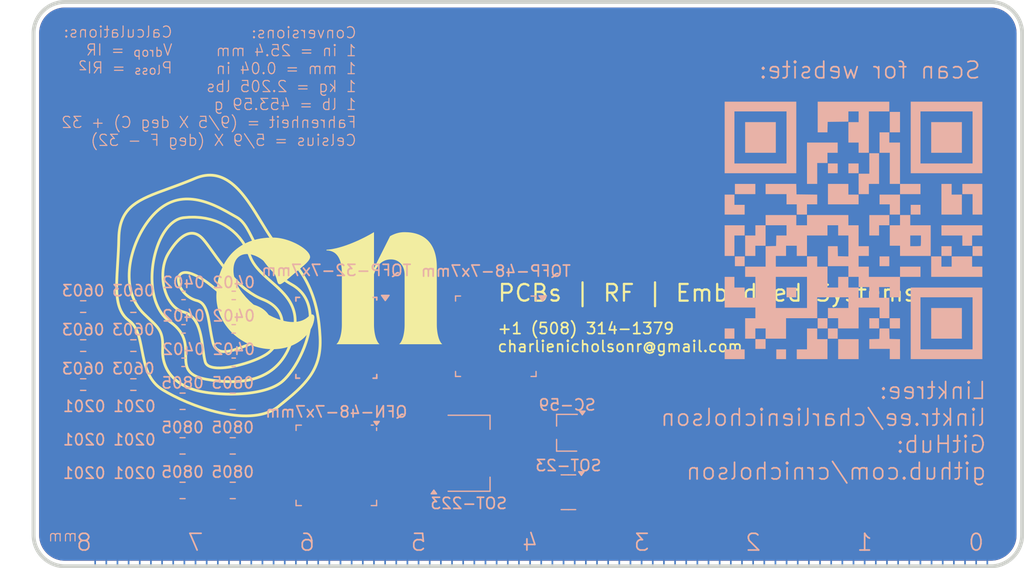
<source format=kicad_pcb>
(kicad_pcb (version 20240108) (generator "pcbnew") (generator_version "8.0")
  (layers (0 "F.Cu" signal) (31 "B.Cu" signal) (34 "B.Paste" user) (35 "F.Paste" user) (36 "B.SilkS" user "B.Silkscreen") (37 "F.SilkS" user "F.Silkscreen") (38 "B.Mask" user) (39 "F.Mask" user) (44 "Edge.Cuts" user))
  (net 0 "")
  (footprint "LOGO" (layer "B.Cu") (at 173.5 60.5 180)
    (property "Reference" "G***" (hide yes))
    (property "Value" "LOGO" (hide yes))
  )
  (footprint "Resistor_SMD:R_0805_2012Metric" (layer "B.Cu") (at 113.338014 79.838492 180)
    (property "Reference" "0805" (at 0 1.65 180) (layer "B.SilkS") (effects (justify mirror)))
    (property "Value" "R_0805_2012Metric")
    (pad "1" smd roundrect (at -0.9125 0 180) (size 1.025 1.4) (layers "B.Cu" "B.Paste" "B.Mask") (roundrect_rratio 0.243902))
    (pad "2" smd roundrect (at 0.9125 0 180) (size 1.025 1.4) (layers "B.Cu" "B.Paste" "B.Mask") (roundrect_rratio 0.243902))
  )
  (footprint "Resistor_SMD:R_0805_2012Metric" (layer "B.Cu") (at 117.838014 75.838492 180)
    (property "Reference" "0805" (at 0 1.65 180) (layer "B.SilkS") (effects (justify mirror)))
    (property "Value" "R_0805_2012Metric")
    (pad "1" smd roundrect (at -0.9125 0 180) (size 1.025 1.4) (layers "B.Cu" "B.Paste" "B.Mask") (roundrect_rratio 0.243902))
    (pad "2" smd roundrect (at 0.9125 0 180) (size 1.025 1.4) (layers "B.Cu" "B.Paste" "B.Mask") (roundrect_rratio 0.243902))
  )
  (footprint "Resistor_SMD:R_0201_0603Metric" (layer "B.Cu") (at 104.520514 83.338492 180)
    (property "Reference" "0201" (at 0 1.05 180) (layer "B.SilkS") (effects (justify mirror)))
    (property "Value" "R_0201_0603Metric")
    (pad "1" smd roundrect (at -0.32 0 180) (size 0.46 0.4) (layers "B.Cu" "B.Mask"))
    (pad "2" smd roundrect (at 0.32 0 180) (size 0.46 0.4) (layers "B.Cu" "B.Mask"))
  )
  (footprint "Resistor_SMD:R_0603_1608Metric" (layer "B.Cu") (at 108.925514 67.338492 180)
    (property "Reference" "0603" (at 0 1.43 180) (layer "B.SilkS") (effects (justify mirror)))
    (property "Value" "R_0603_1608Metric")
    (pad "1" smd roundrect (at -0.825 0 180) (size 0.8 0.95) (layers "B.Cu" "B.Paste" "B.Mask"))
    (pad "2" smd roundrect (at 0.825 0 180) (size 0.8 0.95) (layers "B.Cu" "B.Paste" "B.Mask"))
  )
  (footprint "Resistor_SMD:R_0201_0603Metric" (layer "B.Cu") (at 104.520514 77.338492 180)
    (property "Reference" "0201" (at 0 1.05 180) (layer "B.SilkS") (effects (justify mirror)))
    (property "Value" "R_0201_0603Metric")
    (pad "1" smd roundrect (at -0.32 0 180) (size 0.46 0.4) (layers "B.Cu" "B.Mask"))
    (pad "2" smd roundrect (at 0.32 0 180) (size 0.46 0.4) (layers "B.Cu" "B.Mask"))
  )
  (footprint "Package_TO_SOT_SMD:SC-59" (layer "B.Cu") (at 147.824486 78.661508 180)
    (property "Reference" "SC-59" (at 0 2.5 180) (layer "B.SilkS") (effects (justify mirror)))
    (property "Value" "SC-59")
    (pad "1" smd roundrect (at -1.2 0.95 180) (size 0.9 0.8) (layers "B.Cu" "B.Paste" "B.Mask"))
    (pad "2" smd roundrect (at -1.2 -0.95 180) (size 0.9 0.8) (layers "B.Cu" "B.Paste" "B.Mask"))
    (pad "3" smd roundrect (at 1.2 0 180) (size 0.9 0.8) (layers "B.Cu" "B.Paste" "B.Mask"))
  )
  (footprint "Resistor_SMD:R_0201_0603Metric" (layer "B.Cu") (at 109.020514 80.338492 180)
    (property "Reference" "0201" (at 0 1.05 180) (layer "B.SilkS") (effects (justify mirror)))
    (property "Value" "R_0201_0603Metric")
    (pad "1" smd roundrect (at -0.32 0 180) (size 0.46 0.4) (layers "B.Cu" "B.Mask"))
    (pad "2" smd roundrect (at 0.32 0 180) (size 0.46 0.4) (layers "B.Cu" "B.Mask"))
  )
  (footprint "Resistor_SMD:R_0603_1608Metric" (layer "B.Cu") (at 108.925514 74.338492 180)
    (property "Reference" "0603" (at 0 1.43 180) (layer "B.SilkS") (effects (justify mirror)))
    (property "Value" "R_0603_1608Metric")
    (pad "1" smd roundrect (at -0.825 0 180) (size 0.8 0.95) (layers "B.Cu" "B.Paste" "B.Mask"))
    (pad "2" smd roundrect (at 0.825 0 180) (size 0.8 0.95) (layers "B.Cu" "B.Paste" "B.Mask"))
  )
  (footprint "Resistor_SMD:R_0603_1608Metric" (layer "B.Cu") (at 104.425514 67.338492 180)
    (property "Reference" "0603" (at 0 1.43 180) (layer "B.SilkS") (effects (justify mirror)))
    (property "Value" "R_0603_1608Metric")
    (pad "1" smd roundrect (at -0.825 0 180) (size 0.8 0.95) (layers "B.Cu" "B.Paste" "B.Mask"))
    (pad "2" smd roundrect (at 0.825 0 180) (size 0.8 0.95) (layers "B.Cu" "B.Paste" "B.Mask"))
  )
  (footprint "Resistor_SMD:R_0805_2012Metric" (layer "B.Cu") (at 117.838014 83.838492 180)
    (property "Reference" "0805" (at 0 1.65 180) (layer "B.SilkS") (effects (justify mirror)))
    (property "Value" "R_0805_2012Metric")
    (pad "1" smd roundrect (at -0.9125 0 180) (size 1.025 1.4) (layers "B.Cu" "B.Paste" "B.Mask") (roundrect_rratio 0.243902))
    (pad "2" smd roundrect (at 0.9125 0 180) (size 1.025 1.4) (layers "B.Cu" "B.Paste" "B.Mask") (roundrect_rratio 0.243902))
  )
  (footprint "Resistor_SMD:R_0201_0603Metric" (layer "B.Cu") (at 109.020514 77.338492 180)
    (property "Reference" "0201" (at 0 1.05 180) (layer "B.SilkS") (effects (justify mirror)))
    (property "Value" "R_0201_0603Metric")
    (pad "1" smd roundrect (at -0.32 0 180) (size 0.46 0.4) (layers "B.Cu" "B.Mask"))
    (pad "2" smd roundrect (at 0.32 0 180) (size 0.46 0.4) (layers "B.Cu" "B.Mask"))
  )
  (footprint "Resistor_SMD:R_0805_2012Metric" (layer "B.Cu") (at 117.838014 79.838492 180)
    (property "Reference" "0805" (at 0 1.65 180) (layer "B.SilkS") (effects (justify mirror)))
    (property "Value" "R_0805_2012Metric")
    (pad "1" smd roundrect (at -0.9125 0 180) (size 1.025 1.4) (layers "B.Cu" "B.Paste" "B.Mask") (roundrect_rratio 0.243902))
    (pad "2" smd roundrect (at 0.9125 0 180) (size 1.025 1.4) (layers "B.Cu" "B.Paste" "B.Mask") (roundrect_rratio 0.243902))
  )
  (footprint "Resistor_SMD:R_0603_1608Metric" (layer "B.Cu") (at 108.925514 70.838492 180)
    (property "Reference" "0603" (at 0 1.43 180) (layer "B.SilkS") (effects (justify mirror)))
    (property "Value" "R_0603_1608Metric")
    (pad "1" smd roundrect (at -0.825 0 180) (size 0.8 0.95) (layers "B.Cu" "B.Paste" "B.Mask"))
    (pad "2" smd roundrect (at 0.825 0 180) (size 0.8 0.95) (layers "B.Cu" "B.Paste" "B.Mask"))
  )
  (footprint "Resistor_SMD:R_0402_1005Metric" (layer "B.Cu") (at 113.425514 66.338492 180)
    (property "Reference" "0402" (at 0 1.17 180) (layer "B.SilkS") (effects (justify mirror)))
    (property "Value" "R_0402_1005Metric")
    (pad "1" smd roundrect (at -0.51 0 180) (size 0.54 0.64) (layers "B.Cu" "B.Paste" "B.Mask"))
    (pad "2" smd roundrect (at 0.51 0 180) (size 0.54 0.64) (layers "B.Cu" "B.Paste" "B.Mask"))
  )
  (footprint "Resistor_SMD:R_0402_1005Metric" (layer "B.Cu") (at 113.425514 72.338492 180)
    (property "Reference" "0402" (at 0 1.17 180) (layer "B.SilkS") (effects (justify mirror)))
    (property "Value" "R_0402_1005Metric")
    (pad "1" smd roundrect (at -0.51 0 180) (size 0.54 0.64) (layers "B.Cu" "B.Paste" "B.Mask"))
    (pad "2" smd roundrect (at 0.51 0 180) (size 0.54 0.64) (layers "B.Cu" "B.Paste" "B.Mask"))
  )
  (footprint "Resistor_SMD:R_0805_2012Metric" (layer "B.Cu") (at 113.338014 75.838492 180)
    (property "Reference" "0805" (at 0 1.65 180) (layer "B.SilkS") (effects (justify mirror)))
    (property "Value" "R_0805_2012Metric")
    (pad "1" smd roundrect (at -0.9125 0 180) (size 1.025 1.4) (layers "B.Cu" "B.Paste" "B.Mask") (roundrect_rratio 0.243902))
    (pad "2" smd roundrect (at 0.9125 0 180) (size 1.025 1.4) (layers "B.Cu" "B.Paste" "B.Mask") (roundrect_rratio 0.243902))
  )
  (footprint "Resistor_SMD:R_0805_2012Metric" (layer "B.Cu") (at 113.338014 83.838492 180)
    (property "Reference" "0805" (at 0 1.65 180) (layer "B.SilkS") (effects (justify mirror)))
    (property "Value" "R_0805_2012Metric")
    (pad "1" smd roundrect (at -0.9125 0 180) (size 1.025 1.4) (layers "B.Cu" "B.Paste" "B.Mask") (roundrect_rratio 0.243902))
    (pad "2" smd roundrect (at 0.9125 0 180) (size 1.025 1.4) (layers "B.Cu" "B.Paste" "B.Mask") (roundrect_rratio 0.243902))
  )
  (footprint "Resistor_SMD:R_0201_0603Metric" (layer "B.Cu") (at 109.030514 83.338492 180)
    (property "Reference" "0201" (at 0 1.05 180) (layer "B.SilkS") (effects (justify mirror)))
    (property "Value" "R_0201_0603Metric")
    (pad "1" smd roundrect (at -0.32 0 180) (size 0.46 0.4) (layers "B.Cu" "B.Mask"))
    (pad "2" smd roundrect (at 0.32 0 180) (size 0.46 0.4) (layers "B.Cu" "B.Mask"))
  )
  (footprint "Ruler:Metric_Ruler_98mm" (layer "B.Cu") (at 178.5 86.5 180)
    (property "Reference" "Ruler" (hide yes))
    (property "Value" "Metric_Ruler_90mm")
    (fp_line (start 73 -1) (end 73 -4) (stroke (width 0.15)) (layer "B.Cu"))
    (fp_line (start 72 -3) (end 72 -4) (stroke (width 0.15)) (layer "B.Cu"))
    (fp_line (start 71 -3) (end 71 -4) (stroke (width 0.15)) (layer "B.Cu"))
    (fp_line (start 70 -3) (end 70 -4) (stroke (width 0.15)) (layer "B.Cu"))
    (fp_line (start 69 -3) (end 69 -4) (stroke (width 0.15)) (layer "B.Cu"))
    (fp_line (start 68 -2) (end 68 -4) (stroke (width 0.15)) (layer "B.Cu"))
    (fp_line (start 67 -3) (end 67 -4) (stroke (width 0.15)) (layer "B.Cu"))
    (fp_line (start 66 -3) (end 66 -4) (stroke (width 0.15)) (layer "B.Cu"))
    (fp_line (start 65 -3) (end 65 -4) (stroke (width 0.15)) (layer "B.Cu"))
    (fp_line (start 64 -3) (end 64 -4) (stroke (width 0.15)) (layer "B.Cu"))
    (fp_line (start 63 -1) (end 63 -4) (stroke (width 0.15)) (layer "B.Cu"))
    (fp_line (start 62 -3) (end 62 -4) (stroke (width 0.15)) (layer "B.Cu"))
    (fp_line (start 61 -3) (end 61 -4) (stroke (width 0.15)) (layer "B.Cu"))
    (fp_line (start 60 -3) (end 60 -4) (stroke (width 0.15)) (layer "B.Cu"))
    (fp_line (start 59 -3) (end 59 -4) (stroke (width 0.15)) (layer "B.Cu"))
    (fp_line (start 58 -2) (end 58 -4) (stroke (width 0.15)) (layer "B.Cu"))
    (fp_line (start 57 -3) (end 57 -4) (stroke (width 0.15)) (layer "B.Cu"))
    (fp_line (start 56 -3) (end 56 -4) (stroke (width 0.15)) (layer "B.Cu"))
    (fp_line (start 55 -3) (end 55 -4) (stroke (width 0.15)) (layer "B.Cu"))
    (fp_line (start 54 -3) (end 54 -4) (stroke (width 0.15)) (layer "B.Cu"))
    (fp_line (start 53 -1) (end 53 -4) (stroke (width 0.15)) (layer "B.Cu"))
    (fp_line (start 52 -3) (end 52 -4) (stroke (width 0.15)) (layer "B.Cu"))
    (fp_line (start 51 -3) (end 51 -4) (stroke (width 0.15)) (layer "B.Cu"))
    (fp_line (start 50 -3) (end 50 -4) (stroke (width 0.15)) (layer "B.Cu"))
    (fp_line (start 49 -3) (end 49 -4) (stroke (width 0.15)) (layer "B.Cu"))
    (fp_line (start 48 -2) (end 48 -4) (stroke (width 0.15)) (layer "B.Cu"))
    (fp_line (start 47 -3) (end 47 -4) (stroke (width 0.15)) (layer "B.Cu"))
    (fp_line (start 46 -3) (end 46 -4) (stroke (width 0.15)) (layer "B.Cu"))
    (fp_line (start 45 -3) (end 45 -4) (stroke (width 0.15)) (layer "B.Cu"))
    (fp_line (start 44 -3) (end 44 -4) (stroke (width 0.15)) (layer "B.Cu"))
    (fp_line (start 43 -1) (end 43 -4) (stroke (width 0.15)) (layer "B.Cu"))
    (fp_line (start 42 -3) (end 42 -4) (stroke (width 0.15)) (layer "B.Cu"))
    (fp_line (start 41 -3) (end 41 -4) (stroke (width 0.15)) (layer "B.Cu"))
    (fp_line (start 40 -3) (end 40 -4) (stroke (width 0.15)) (layer "B.Cu"))
    (fp_line (start 39 -3) (end 39 -4) (stroke (width 0.15)) (layer "B.Cu"))
    (fp_line (start 38 -2) (end 38 -4) (stroke (width 0.15)) (layer "B.Cu"))
    (fp_line (start 37 -3) (end 37 -4) (stroke (width 0.15)) (layer "B.Cu"))
    (fp_line (start 36 -3) (end 36 -4) (stroke (width 0.15)) (layer "B.Cu"))
    (fp_line (start 35 -3) (end 35 -4) (stroke (width 0.15)) (layer "B.Cu"))
    (fp_line (start 34 -3) (end 34 -4) (stroke (width 0.15)) (layer "B.Cu"))
    (fp_line (start 33 -1) (end 33 -4) (stroke (width 0.15)) (layer "B.Cu"))
    (fp_line (start 32 -3) (end 32 -4) (stroke (width 0.15)) (layer "B.Cu"))
    (fp_line (start 31 -3) (end 31 -4) (stroke (width 0.15)) (layer "B.Cu"))
    (fp_line (start 30 -3) (end 30 -4) (stroke (width 0.15)) (layer "B.Cu"))
    (fp_line (start 29 -3) (end 29 -4) (stroke (width 0.15)) (layer "B.Cu"))
    (fp_line (start 28 -2) (end 28 -4) (stroke (width 0.15)) (layer "B.Cu"))
    (fp_line (start 27 -3) (end 27 -4) (stroke (width 0.15)) (layer "B.Cu"))
    (fp_line (start 26 -3) (end 26 -4) (stroke (width 0.15)) (layer "B.Cu"))
    (fp_line (start 25 -3) (end 25 -4) (stroke (width 0.15)) (layer "B.Cu"))
    (fp_line (start 24 -3) (end 24 -4) (stroke (width 0.15)) (layer "B.Cu"))
    (fp_line (start 23 -1) (end 23 -4) (stroke (width 0.15)) (layer "B.Cu"))
    (fp_line (start 22 -3) (end 22 -4) (stroke (width 0.15)) (layer "B.Cu"))
    (fp_line (start 21 -3) (end 21 -4) (stroke (width 0.15)) (layer "B.Cu"))
    (fp_line (start 20 -3) (end 20 -4) (stroke (width 0.15)) (layer "B.Cu"))
    (fp_line (start 19 -3) (end 19 -4) (stroke (width 0.15)) (layer "B.Cu"))
    (fp_line (start 18 -2) (end 18 -4) (stroke (width 0.15)) (layer "B.Cu"))
    (fp_line (start 17 -3) (end 17 -4) (stroke (width 0.15)) (layer "B.Cu"))
    (fp_line (start 16 -3) (end 16 -4) (stroke (width 0.15)) (layer "B.Cu"))
    (fp_line (start 15 -3) (end 15 -4) (stroke (width 0.15)) (layer "B.Cu"))
    (fp_line (start 14 -3) (end 14 -4) (stroke (width 0.15)) (layer "B.Cu"))
    (fp_line (start 13 -1) (end 13 -4) (stroke (width 0.15)) (layer "B.Cu"))
    (fp_line (start 12 -3) (end 12 -4) (stroke (width 0.15)) (layer "B.Cu"))
    (fp_line (start 11 -3) (end 11 -4) (stroke (width 0.15)) (layer "B.Cu"))
    (fp_line (start 10 -3) (end 10 -4) (stroke (width 0.15)) (layer "B.Cu"))
    (fp_line (start 9 -3) (end 9 -4) (stroke (width 0.15)) (layer "B.Cu"))
    (fp_line (start 8 -2) (end 8 -4) (stroke (width 0.15)) (layer "B.Cu"))
    (fp_line (start 7 -3) (end 7 -4) (stroke (width 0.15)) (layer "B.Cu"))
    (fp_line (start 6 -3) (end 6 -4) (stroke (width 0.15)) (layer "B.Cu"))
    (fp_line (start 5 -3) (end 5 -4) (stroke (width 0.15)) (layer "B.Cu"))
    (fp_line (start 4 -3) (end 4 -4) (stroke (width 0.15)) (layer "B.Cu"))
    (fp_line (start 3 -1) (end 3 -4) (stroke (width 0.15)) (layer "B.Cu"))
    (fp_line (start 2 -3) (end 2 -4) (stroke (width 0.15)) (layer "B.Cu"))
    (fp_line (start 1 -3) (end 1 -4) (stroke (width 0.15)) (layer "B.Cu"))
    (fp_line (start 0 -3) (end 0 -4) (stroke (width 0.15)) (layer "B.Cu"))
    (fp_line (start -1 -3) (end -1 -4) (stroke (width 0.15)) (layer "B.Cu"))
    (fp_line (start -2 -2) (end -2 -4) (stroke (width 0.15)) (layer "B.Cu"))
    (fp_line (start -3 -3) (end -3 -4) (stroke (width 0.15)) (layer "B.Cu"))
    (fp_line (start -4 -3) (end -4 -4) (stroke (width 0.15)) (layer "B.Cu"))
    (fp_line (start -5 -3) (end -5 -4) (stroke (width 0.15)) (layer "B.Cu"))
    (fp_line (start -6 -3) (end -6 -4) (stroke (width 0.15)) (layer "B.Cu"))
    (fp_line (start -7 -1) (end -7 -4) (stroke (width 0.15)) (layer "B.Cu"))
    (fp_text user "0" (at -6 -2 180) (layer "B.SilkS") (effects (font (size 1.5 1.5)) (justify mirror)))
    (fp_text user "1" (at 4 -2 180) (layer "B.SilkS") (effects (font (size 1.5 1.5)) (justify mirror)))
    (fp_text user "3" (at 24 -2 180) (layer "B.SilkS") (effects (font (size 1.5 1.5)) (justify mirror)))
    (fp_text user "8" (at 74 -2 180) (layer "B.SilkS") (effects (font (size 1.5 1.5)) (justify mirror)))
    (fp_text user "5" (at 44 -2 180) (layer "B.SilkS") (effects (font (size 1.5 1.5)) (justify mirror)))
    (fp_text user "7" (at 64 -2 180) (layer "B.SilkS") (effects (font (size 1.5 1.5)) (justify mirror)))
    (fp_text user "6" (at 54 -2 180) (layer "B.SilkS") (effects (font (size 1.5 1.5)) (justify mirror)))
    (fp_text user "4" (at 34 -2 180) (layer "B.SilkS") (effects (font (size 1.5 1.5)) (justify mirror)))
    (fp_text user "2" (at 14 -2 180) (layer "B.SilkS") (effects (font (size 1.5 1.5)) (justify mirror)))
  )
  (footprint "Package_QFP:TQFP-48_7x7mm_P0.5mm" (layer "B.Cu") (at 141.425514 70.000992 180)
    (property "Reference" "TQFP-48-7x7mm" (at 0 5.85 180) (layer "B.SilkS") (effects (justify mirror)))
    (property "Value" "TQFP-48_7x7mm_P0.5mm")
    (pad "1" smd roundrect (at -4.1625 2.75 180) (size 1.475 0.3) (layers "B.Cu" "B.Paste" "B.Mask"))
    (pad "2" smd roundrect (at -4.1625 2.25 180) (size 1.475 0.3) (layers "B.Cu" "B.Paste" "B.Mask"))
    (pad "3" smd roundrect (at -4.1625 1.75 180) (size 1.475 0.3) (layers "B.Cu" "B.Paste" "B.Mask"))
    (pad "4" smd roundrect (at -4.1625 1.25 180) (size 1.475 0.3) (layers "B.Cu" "B.Paste" "B.Mask"))
    (pad "5" smd roundrect (at -4.1625 0.75 180) (size 1.475 0.3) (layers "B.Cu" "B.Paste" "B.Mask"))
    (pad "6" smd roundrect (at -4.1625 0.25 180) (size 1.475 0.3) (layers "B.Cu" "B.Paste" "B.Mask"))
    (pad "7" smd roundrect (at -4.1625 -0.25 180) (size 1.475 0.3) (layers "B.Cu" "B.Paste" "B.Mask"))
    (pad "8" smd roundrect (at -4.1625 -0.75 180) (size 1.475 0.3) (layers "B.Cu" "B.Paste" "B.Mask"))
    (pad "9" smd roundrect (at -4.1625 -1.25 180) (size 1.475 0.3) (layers "B.Cu" "B.Paste" "B.Mask"))
    (pad "10" smd roundrect (at -4.1625 -1.75 180) (size 1.475 0.3) (layers "B.Cu" "B.Paste" "B.Mask"))
    (pad "11" smd roundrect (at -4.1625 -2.25 180) (size 1.475 0.3) (layers "B.Cu" "B.Paste" "B.Mask"))
    (pad "12" smd roundrect (at -4.1625 -2.75 180) (size 1.475 0.3) (layers "B.Cu" "B.Paste" "B.Mask"))
    (pad "13" smd roundrect (at -2.75 -4.1625 180) (size 0.3 1.475) (layers "B.Cu" "B.Paste" "B.Mask"))
    (pad "14" smd roundrect (at -2.25 -4.1625 180) (size 0.3 1.475) (layers "B.Cu" "B.Paste" "B.Mask"))
    (pad "15" smd roundrect (at -1.75 -4.1625 180) (size 0.3 1.475) (layers "B.Cu" "B.Paste" "B.Mask"))
    (pad "16" smd roundrect (at -1.25 -4.1625 180) (size 0.3 1.475) (layers "B.Cu" "B.Paste" "B.Mask"))
    (pad "17" smd roundrect (at -0.75 -4.1625 180) (size 0.3 1.475) (layers "B.Cu" "B.Paste" "B.Mask"))
    (pad "18" smd roundrect (at -0.25 -4.1625 180) (size 0.3 1.475) (layers "B.Cu" "B.Paste" "B.Mask"))
    (pad "19" smd roundrect (at 0.25 -4.1625 180) (size 0.3 1.475) (layers "B.Cu" "B.Paste" "B.Mask"))
    (pad "20" smd roundrect (at 0.75 -4.1625 180) (size 0.3 1.475) (layers "B.Cu" "B.Paste" "B.Mask"))
    (pad "21" smd roundrect (at 1.25 -4.1625 180) (size 0.3 1.475) (layers "B.Cu" "B.Paste" "B.Mask"))
    (pad "22" smd roundrect (at 1.75 -4.1625 180) (size 0.3 1.475) (layers "B.Cu" "B.Paste" "B.Mask"))
    (pad "23" smd roundrect (at 2.25 -4.1625 180) (size 0.3 1.475) (layers "B.Cu" "B.Paste" "B.Mask"))
    (pad "24" smd roundrect (at 2.75 -4.1625 180) (size 0.3 1.475) (layers "B.Cu" "B.Paste" "B.Mask"))
    (pad "25" smd roundrect (at 4.1625 -2.75 180) (size 1.475 0.3) (layers "B.Cu" "B.Paste" "B.Mask"))
    (pad "26" smd roundrect (at 4.1625 -2.25 180) (size 1.475 0.3) (layers "B.Cu" "B.Paste" "B.Mask"))
    (pad "27" smd roundrect (at 4.1625 -1.75 180) (size 1.475 0.3) (layers "B.Cu" "B.Paste" "B.Mask"))
    (pad "28" smd roundrect (at 4.1625 -1.25 180) (size 1.475 0.3) (layers "B.Cu" "B.Paste" "B.Mask"))
    (pad "29" smd roundrect (at 4.1625 -0.75 180) (size 1.475 0.3) (layers "B.Cu" "B.Paste" "B.Mask"))
    (pad "30" smd roundrect (at 4.1625 -0.25 180) (size 1.475 0.3) (layers "B.Cu" "B.Paste" "B.Mask"))
    (pad "31" smd roundrect (at 4.1625 0.25 180) (size 1.475 0.3) (layers "B.Cu" "B.Paste" "B.Mask"))
    (pad "32" smd roundrect (at 4.1625 0.75 180) (size 1.475 0.3) (layers "B.Cu" "B.Paste" "B.Mask"))
    (pad "33" smd roundrect (at 4.1625 1.25 180) (size 1.475 0.3) (layers "B.Cu" "B.Paste" "B.Mask"))
    (pad "34" smd roundrect (at 4.1625 1.75 180) (size 1.475 0.3) (layers "B.Cu" "B.Paste" "B.Mask"))
    (pad "35" smd roundrect (at 4.1625 2.25 180) (size 1.475 0.3) (layers "B.Cu" "B.Paste" "B.Mask"))
    (pad "36" smd roundrect (at 4.1625 2.75 180) (size 1.475 0.3) (layers "B.Cu" "B.Paste" "B.Mask"))
    (pad "37" smd roundrect (at 2.75 4.1625 180) (size 0.3 1.475) (layers "B.Cu" "B.Paste" "B.Mask"))
    (pad "38" smd roundrect (at 2.25 4.1625 180) (size 0.3 1.475) (layers "B.Cu" "B.Paste" "B.Mask"))
    (pad "39" smd roundrect (at 1.75 4.1625 180) (size 0.3 1.475) (layers "B.Cu" "B.Paste" "B.Mask"))
    (pad "40" smd roundrect (at 1.25 4.1625 180) (size 0.3 1.475) (layers "B.Cu" "B.Paste" "B.Mask"))
    (pad "41" smd roundrect (at 0.75 4.1625 180) (size 0.3 1.475) (layers "B.Cu" "B.Paste" "B.Mask"))
    (pad "42" smd roundrect (at 0.25 4.1625 180) (size 0.3 1.475) (layers "B.Cu" "B.Paste" "B.Mask"))
    (pad "43" smd roundrect (at -0.25 4.1625 180) (size 0.3 1.475) (layers "B.Cu" "B.Paste" "B.Mask"))
    (pad "44" smd roundrect (at -0.75 4.1625 180) (size 0.3 1.475) (layers "B.Cu" "B.Paste" "B.Mask"))
    (pad "45" smd roundrect (at -1.25 4.1625 180) (size 0.3 1.475) (layers "B.Cu" "B.Paste" "B.Mask"))
    (pad "46" smd roundrect (at -1.75 4.1625 180) (size 0.3 1.475) (layers "B.Cu" "B.Paste" "B.Mask"))
    (pad "47" smd roundrect (at -2.25 4.1625 180) (size 0.3 1.475) (layers "B.Cu" "B.Paste" "B.Mask"))
    (pad "48" smd roundrect (at -2.75 4.1625 180) (size 0.3 1.475) (layers "B.Cu" "B.Paste" "B.Mask"))
  )
  (footprint "Resistor_SMD:R_0603_1608Metric" (layer "B.Cu") (at 104.425514 74.338492 180)
    (property "Reference" "0603" (at 0 1.43 180) (layer "B.SilkS") (effects (justify mirror)))
    (property "Value" "R_0603_1608Metric")
    (pad "1" smd roundrect (at -0.825 0 180) (size 0.8 0.95) (layers "B.Cu" "B.Paste" "B.Mask"))
    (pad "2" smd roundrect (at 0.825 0 180) (size 0.8 0.95) (layers "B.Cu" "B.Paste" "B.Mask"))
  )
  (footprint "Resistor_SMD:R_0402_1005Metric" (layer "B.Cu") (at 113.425514 69.338492 180)
    (property "Reference" "0402" (at 0 1.17 180) (layer "B.SilkS") (effects (justify mirror)))
    (property "Value" "R_0402_1005Metric")
    (pad "1" smd roundrect (at -0.51 0 180) (size 0.54 0.64) (layers "B.Cu" "B.Paste" "B.Mask"))
    (pad "2" smd roundrect (at 0.51 0 180) (size 0.54 0.64) (layers "B.Cu" "B.Paste" "B.Mask"))
  )
  (footprint "Resistor_SMD:R_0402_1005Metric" (layer "B.Cu") (at 117.925514 69.338492 180)
    (property "Reference" "0402" (at 0 1.17 180) (layer "B.SilkS") (effects (justify mirror)))
    (property "Value" "R_0402_1005Metric")
    (pad "1" smd roundrect (at -0.51 0 180) (size 0.54 0.64) (layers "B.Cu" "B.Paste" "B.Mask"))
    (pad "2" smd roundrect (at 0.51 0 180) (size 0.54 0.64) (layers "B.Cu" "B.Paste" "B.Mask"))
  )
  (footprint "Package_TO_SOT_SMD:SOT-223" (layer "B.Cu") (at 139 80.5)
    (property "Reference" "SOT-223" (at 0 4.5 360) (layer "B.SilkS") (effects (justify mirror)))
    (property "Value" "SOT-223")
    (pad "1" smd roundrect (at -3.15 2.3) (size 2 1.5) (layers "B.Cu" "B.Paste" "B.Mask"))
    (pad "2" smd roundrect (at -3.15 0) (size 2 1.5) (layers "B.Cu" "B.Paste" "B.Mask"))
    (pad "3" smd roundrect (at -3.15 -2.3) (size 2 1.5) (layers "B.Cu" "B.Paste" "B.Mask"))
    (pad "4" smd roundrect (at 3.15 0) (size 2 3.8) (layers "B.Cu" "B.Paste" "B.Mask"))
  )
  (footprint "Resistor_SMD:R_0402_1005Metric" (layer "B.Cu") (at 117.925514 72.338492 180)
    (property "Reference" "0402" (at 0 1.17 180) (layer "B.SilkS") (effects (justify mirror)))
    (property "Value" "R_0402_1005Metric")
    (pad "1" smd roundrect (at -0.51 0 180) (size 0.54 0.64) (layers "B.Cu" "B.Paste" "B.Mask"))
    (pad "2" smd roundrect (at 0.51 0 180) (size 0.54 0.64) (layers "B.Cu" "B.Paste" "B.Mask"))
  )
  (footprint "Package_DFN_QFN:QFN-48-1EP_7x7mm_P0.5mm_EP3.5x3.5mm" (layer "B.Cu") (at 127.125514 81.588492 180)
    (property "Reference" "QFN-48-7x7mm" (at 0 4.8 180) (layer "B.SilkS") (effects (justify mirror)))
    (property "Value" "QFN-48-1EP_7x7mm_P0.5mm_EP3.5x3.5mm")
    (pad "1" smd roundrect (at -3.45 2.75 180) (size 0.8 0.25) (layers "B.Cu" "B.Paste" "B.Mask"))
    (pad "2" smd roundrect (at -3.45 2.25 180) (size 0.8 0.25) (layers "B.Cu" "B.Paste" "B.Mask"))
    (pad "3" smd roundrect (at -3.45 1.75 180) (size 0.8 0.25) (layers "B.Cu" "B.Paste" "B.Mask"))
    (pad "4" smd roundrect (at -3.45 1.25 180) (size 0.8 0.25) (layers "B.Cu" "B.Paste" "B.Mask"))
    (pad "5" smd roundrect (at -3.45 0.75 180) (size 0.8 0.25) (layers "B.Cu" "B.Paste" "B.Mask"))
    (pad "6" smd roundrect (at -3.45 0.25 180) (size 0.8 0.25) (layers "B.Cu" "B.Paste" "B.Mask"))
    (pad "7" smd roundrect (at -3.45 -0.25 180) (size 0.8 0.25) (layers "B.Cu" "B.Paste" "B.Mask"))
    (pad "8" smd roundrect (at -3.45 -0.75 180) (size 0.8 0.25) (layers "B.Cu" "B.Paste" "B.Mask"))
    (pad "9" smd roundrect (at -3.45 -1.25 180) (size 0.8 0.25) (layers "B.Cu" "B.Paste" "B.Mask"))
    (pad "10" smd roundrect (at -3.45 -1.75 180) (size 0.8 0.25) (layers "B.Cu" "B.Paste" "B.Mask"))
    (pad "11" smd roundrect (at -3.45 -2.25 180) (size 0.8 0.25) (layers "B.Cu" "B.Paste" "B.Mask"))
    (pad "12" smd roundrect (at -3.45 -2.75 180) (size 0.8 0.25) (layers "B.Cu" "B.Paste" "B.Mask"))
    (pad "13" smd roundrect (at -2.75 -3.45 180) (size 0.25 0.8) (layers "B.Cu" "B.Paste" "B.Mask"))
    (pad "14" smd roundrect (at -2.25 -3.45 180) (size 0.25 0.8) (layers "B.Cu" "B.Paste" "B.Mask"))
    (pad "15" smd roundrect (at -1.75 -3.45 180) (size 0.25 0.8) (layers "B.Cu" "B.Paste" "B.Mask"))
    (pad "16" smd roundrect (at -1.25 -3.45 180) (size 0.25 0.8) (layers "B.Cu" "B.Paste" "B.Mask"))
    (pad "17" smd roundrect (at -0.75 -3.45 180) (size 0.25 0.8) (layers "B.Cu" "B.Paste" "B.Mask"))
    (pad "18" smd roundrect (at -0.25 -3.45 180) (size 0.25 0.8) (layers "B.Cu" "B.Paste" "B.Mask"))
    (pad "19" smd roundrect (at 0.25 -3.45 180) (size 0.25 0.8) (layers "B.Cu" "B.Paste" "B.Mask"))
    (pad "20" smd roundrect (at 0.75 -3.45 180) (size 0.25 0.8) (layers "B.Cu" "B.Paste" "B.Mask"))
    (pad "21" smd roundrect (at 1.25 -3.45 180) (size 0.25 0.8) (layers "B.Cu" "B.Paste" "B.Mask"))
    (pad "22" smd roundrect (at 1.75 -3.45 180) (size 0.25 0.8) (layers "B.Cu" "B.Paste" "B.Mask"))
    (pad "23" smd roundrect (at 2.25 -3.45 180) (size 0.25 0.8) (layers "B.Cu" "B.Paste" "B.Mask"))
    (pad "24" smd roundrect (at 2.75 -3.45 180) (size 0.25 0.8) (layers "B.Cu" "B.Paste" "B.Mask"))
    (pad "25" smd roundrect (at 3.45 -2.75 180) (size 0.8 0.25) (layers "B.Cu" "B.Paste" "B.Mask"))
    (pad "26" smd roundrect (at 3.45 -2.25 180) (size 0.8 0.25) (layers "B.Cu" "B.Paste" "B.Mask"))
    (pad "27" smd roundrect (at 3.45 -1.75 180) (size 0.8 0.25) (layers "B.Cu" "B.Paste" "B.Mask"))
    (pad "28" smd roundrect (at 3.45 -1.25 180) (size 0.8 0.25) (layers "B.Cu" "B.Paste" "B.Mask"))
    (pad "29" smd roundrect (at 3.45 -0.75 180) (size 0.8 0.25) (layers "B.Cu" "B.Paste" "B.Mask"))
    (pad "30" smd roundrect (at 3.45 -0.25 180) (size 0.8 0.25) (layers "B.Cu" "B.Paste" "B.Mask"))
    (pad "31" smd roundrect (at 3.45 0.25 180) (size 0.8 0.25) (layers "B.Cu" "B.Paste" "B.Mask"))
    (pad "32" smd roundrect (at 3.45 0.75 180) (size 0.8 0.25) (layers "B.Cu" "B.Paste" "B.Mask"))
    (pad "33" smd roundrect (at 3.45 1.25 180) (size 0.8 0.25) (layers "B.Cu" "B.Paste" "B.Mask"))
    (pad "34" smd roundrect (at 3.45 1.75 180) (size 0.8 0.25) (layers "B.Cu" "B.Paste" "B.Mask"))
    (pad "35" smd roundrect (at 3.45 2.25 180) (size 0.8 0.25) (layers "B.Cu" "B.Paste" "B.Mask"))
    (pad "36" smd roundrect (at 3.45 2.75 180) (size 0.8 0.25) (layers "B.Cu" "B.Paste" "B.Mask"))
    (pad "37" smd roundrect (at 2.75 3.45 180) (size 0.25 0.8) (layers "B.Cu" "B.Paste" "B.Mask"))
    (pad "38" smd roundrect (at 2.25 3.45 180) (size 0.25 0.8) (layers "B.Cu" "B.Paste" "B.Mask"))
    (pad "39" smd roundrect (at 1.75 3.45 180) (size 0.25 0.8) (layers "B.Cu" "B.Paste" "B.Mask"))
    (pad "40" smd roundrect (at 1.25 3.45 180) (size 0.25 0.8) (layers "B.Cu" "B.Paste" "B.Mask"))
    (pad "41" smd roundrect (at 0.75 3.45 180) (size 0.25 0.8) (layers "B.Cu" "B.Paste" "B.Mask"))
    (pad "42" smd roundrect (at 0.25 3.45 180) (size 0.25 0.8) (layers "B.Cu" "B.Paste" "B.Mask"))
    (pad "43" smd roundrect (at -0.25 3.45 180) (size 0.25 0.8) (layers "B.Cu" "B.Paste" "B.Mask"))
    (pad "44" smd roundrect (at -0.75 3.45 180) (size 0.25 0.8) (layers "B.Cu" "B.Paste" "B.Mask"))
    (pad "45" smd roundrect (at -1.25 3.45 180) (size 0.25 0.8) (layers "B.Cu" "B.Paste" "B.Mask"))
    (pad "46" smd roundrect (at -1.75 3.45 180) (size 0.25 0.8) (layers "B.Cu" "B.Paste" "B.Mask"))
    (pad "47" smd roundrect (at -2.25 3.45 180) (size 0.25 0.8) (layers "B.Cu" "B.Paste" "B.Mask"))
    (pad "48" smd roundrect (at -2.75 3.45 180) (size 0.25 0.8) (layers "B.Cu" "B.Paste" "B.Mask"))
    (pad "49" smd rect (at 0 0 180) (size 3.5 3.5) (property pad_prop_heatsink) (layers "B.Cu" "B.Mask"))
  )
  (footprint "Resistor_SMD:R_0402_1005Metric" (layer "B.Cu") (at 117.925514 66.338492 180)
    (property "Reference" "0402" (at 0 1.17 180) (layer "B.SilkS") (effects (justify mirror)))
    (property "Value" "R_0402_1005Metric")
    (pad "1" smd roundrect (at -0.51 0 180) (size 0.54 0.64) (layers "B.Cu" "B.Paste" "B.Mask"))
    (pad "2" smd roundrect (at 0.51 0 180) (size 0.54 0.64) (layers "B.Cu" "B.Paste" "B.Mask"))
  )
  (footprint "Resistor_SMD:R_0603_1608Metric" (layer "B.Cu") (at 104.425514 70.838492 180)
    (property "Reference" "0603" (at 0 1.43 180) (layer "B.SilkS") (effects (justify mirror)))
    (property "Value" "R_0603_1608Metric")
    (pad "1" smd roundrect (at -0.825 0 180) (size 0.8 0.95) (layers "B.Cu" "B.Paste" "B.Mask"))
    (pad "2" smd roundrect (at 0.825 0 180) (size 0.8 0.95) (layers "B.Cu" "B.Paste" "B.Mask"))
  )
  (footprint "Resistor_SMD:R_0201_0603Metric" (layer "B.Cu") (at 104.520514 80.338492 180)
    (property "Reference" "0201" (at 0 1.05 180) (layer "B.SilkS") (effects (justify mirror)))
    (property "Value" "R_0201_0603Metric")
    (pad "1" smd roundrect (at -0.32 0 180) (size 0.46 0.4) (layers "B.Cu" "B.Mask"))
    (pad "2" smd roundrect (at 0.32 0 180) (size 0.46 0.4) (layers "B.Cu" "B.Mask"))
  )
  (footprint "Package_QFP:TQFP-32_7x7mm_P0.8mm" (layer "B.Cu") (at 127.125514 70.138492 180)
    (property "Reference" "TQFP-32-7x7mm" (at 0 6.05 180) (layer "B.SilkS") (effects (justify mirror)))
    (property "Value" "TQFP-32_7x7mm_P0.8mm")
    (pad "1" smd rect (at -4.25 2.8 180) (size 1.6 0.55) (layers "B.Cu" "B.Paste" "B.Mask"))
    (pad "2" smd rect (at -4.25 2 180) (size 1.6 0.55) (layers "B.Cu" "B.Paste" "B.Mask"))
    (pad "3" smd rect (at -4.25 1.2 180) (size 1.6 0.55) (layers "B.Cu" "B.Paste" "B.Mask"))
    (pad "4" smd rect (at -4.25 0.4 180) (size 1.6 0.55) (layers "B.Cu" "B.Paste" "B.Mask"))
    (pad "5" smd rect (at -4.25 -0.4 180) (size 1.6 0.55) (layers "B.Cu" "B.Paste" "B.Mask"))
    (pad "6" smd rect (at -4.25 -1.2 180) (size 1.6 0.55) (layers "B.Cu" "B.Paste" "B.Mask"))
    (pad "7" smd rect (at -4.25 -2 180) (size 1.6 0.55) (layers "B.Cu" "B.Paste" "B.Mask"))
    (pad "8" smd rect (at -4.25 -2.8 180) (size 1.6 0.55) (layers "B.Cu" "B.Paste" "B.Mask"))
    (pad "9" smd rect (at -2.8 -4.25 90) (size 1.6 0.55) (layers "B.Cu" "B.Paste" "B.Mask"))
    (pad "10" smd rect (at -2 -4.25 90) (size 1.6 0.55) (layers "B.Cu" "B.Paste" "B.Mask"))
    (pad "11" smd rect (at -1.2 -4.25 90) (size 1.6 0.55) (layers "B.Cu" "B.Paste" "B.Mask"))
    (pad "12" smd rect (at -0.4 -4.25 90) (size 1.6 0.55) (layers "B.Cu" "B.Paste" "B.Mask"))
    (pad "13" smd rect (at 0.4 -4.25 90) (size 1.6 0.55) (layers "B.Cu" "B.Paste" "B.Mask"))
    (pad "14" smd rect (at 1.2 -4.25 90) (size 1.6 0.55) (layers "B.Cu" "B.Paste" "B.Mask"))
    (pad "15" smd rect (at 2 -4.25 90) (size 1.6 0.55) (layers "B.Cu" "B.Paste" "B.Mask"))
    (pad "16" smd rect (at 2.8 -4.25 90) (size 1.6 0.55) (layers "B.Cu" "B.Paste" "B.Mask"))
    (pad "17" smd rect (at 4.25 -2.8 180) (size 1.6 0.55) (layers "B.Cu" "B.Paste" "B.Mask"))
    (pad "18" smd rect (at 4.25 -2 180) (size 1.6 0.55) (layers "B.Cu" "B.Paste" "B.Mask"))
    (pad "19" smd rect (at 4.25 -1.2 180) (size 1.6 0.55) (layers "B.Cu" "B.Paste" "B.Mask"))
    (pad "20" smd rect (at 4.25 -0.4 180) (size 1.6 0.55) (layers "B.Cu" "B.Paste" "B.Mask"))
    (pad "21" smd rect (at 4.25 0.4 180) (size 1.6 0.55) (layers "B.Cu" "B.Paste" "B.Mask"))
    (pad "22" smd rect (at 4.25 1.2 180) (size 1.6 0.55) (layers "B.Cu" "B.Paste" "B.Mask"))
    (pad "23" smd rect (at 4.25 2 180) (size 1.6 0.55) (layers "B.Cu" "B.Paste" "B.Mask"))
    (pad "24" smd rect (at 4.25 2.8 180) (size 1.6 0.55) (layers "B.Cu" "B.Paste" "B.Mask"))
    (pad "25" smd rect (at 2.8 4.25 90) (size 1.6 0.55) (layers "B.Cu" "B.Paste" "B.Mask"))
    (pad "26" smd rect (at 2 4.25 90) (size 1.6 0.55) (layers "B.Cu" "B.Paste" "B.Mask"))
    (pad "27" smd rect (at 1.2 4.25 90) (size 1.6 0.55) (layers "B.Cu" "B.Paste" "B.Mask"))
    (pad "28" smd rect (at 0.4 4.25 90) (size 1.6 0.55) (layers "B.Cu" "B.Paste" "B.Mask"))
    (pad "29" smd rect (at -0.4 4.25 90) (size 1.6 0.55) (layers "B.Cu" "B.Paste" "B.Mask"))
    (pad "30" smd rect (at -1.2 4.25 90) (size 1.6 0.55) (layers "B.Cu" "B.Paste" "B.Mask"))
    (pad "31" smd rect (at -2 4.25 90) (size 1.6 0.55) (layers "B.Cu" "B.Paste" "B.Mask"))
    (pad "32" smd rect (at -2.8 4.25 90) (size 1.6 0.55) (layers "B.Cu" "B.Paste" "B.Mask"))
  )
  (footprint "Package_TO_SOT_SMD:SOT-23" (layer "B.Cu") (at 147.9375 84 180)
    (property "Reference" "SOT-23" (at 0 2.4 180) (layer "B.SilkS") (effects (justify mirror)))
    (property "Value" "SOT-23")
    (pad "1" smd roundrect (at -0.9375 0.95 180) (size 1.475 0.6) (layers "B.Cu" "B.Paste" "B.Mask"))
    (pad "2" smd roundrect (at -0.9375 -0.95 180) (size 1.475 0.6) (layers "B.Cu" "B.Paste" "B.Mask"))
    (pad "3" smd roundrect (at 0.9375 0 180) (size 1.475 0.6) (layers "B.Cu" "B.Paste" "B.Mask"))
  )
  (gr_poly (pts (xy 133.575729 60.669862) (xy 133.73327 60.684922) (xy 133.886521 60.706029) (xy 134.035408 60.733196) (xy 134.179856 60.766435) (xy 134.319793 60.805761) (xy 134.455145 60.851186) (xy 134.585837 60.902723) (xy 134.711797 60.960386) (xy 134.832951 61.024188) (xy 134.949225 61.094141) (xy 135.060545 61.170259) (xy 135.166838 61.252555) (xy 135.268029 61.341042) (xy 135.364047 61.435733) (xy 135.454815 61.536641) (xy 135.540262 61.64378) (xy 135.620313 61.757163) (xy 135.694894 61.876802) (xy 135.763932 62.002711) (xy 135.827354 62.134903) (xy 135.885085 62.273391) (xy 135.937052 62.418188) (xy 135.983181 62.569308) (xy 136.023399 62.726762) (xy 136.057631 62.890566) (xy 136.085805 63.060731) (xy 136.107846 63.237271) (xy 136.12368 63.420198) (xy 136.133235 63.609527) (xy 136.136437 63.80527) (xy 136.136437 68.959133) (xy 136.138373 69.092064) (xy 136.144177 69.225729) (xy 136.153841 69.359314) (xy 136.167357 69.492003) (xy 136.184715 69.62298) (xy 136.205909 69.751429) (xy 136.230931 69.876536) (xy 136.259772 69.997484) (xy 136.292423 70.113459) (xy 136.328878 70.223644) (xy 136.369128 70.327225) (xy 136.413165 70.423385) (xy 136.460981 70.511309) (xy 136.512567 70.590181) (xy 136.539772 70.625968) (xy 136.567916 70.659187) (xy 136.596999 70.689735) (xy 136.62702 70.71751) (xy 132.757488 70.71751) (xy 132.816592 70.659311) (xy 132.871941 70.590655) (xy 132.923527 70.512326) (xy 132.971342 70.425107) (xy 133.015379 70.329782) (xy 133.055629 70.227132) (xy 133.092084 70.117943) (xy 133.124735 70.002997) (xy 133.153576 69.883076) (xy 133.178597 69.758965) (xy 133.199791 69.631447) (xy 133.21715 69.501305) (xy 133.230665 69.369321) (xy 133.240329 69.23628) (xy 133.246133 69.102964) (xy 133.24807 68.970157) (xy 133.24807 64.510825) (xy 133.246515 64.427742) (xy 133.241897 64.346974) (xy 133.234285 64.268542) (xy 133.22375 64.192466) (xy 133.21036 64.118768) (xy 133.194185 64.047469) (xy 133.175295 63.978591) (xy 133.15376 63.912154) (xy 133.12965 63.848179) (xy 133.103033 63.786689) (xy 133.073979 63.727704) (xy 133.042559 63.671245) (xy 133.008842 63.617333) (xy 132.972897 63.56599) (xy 132.934794 63.517237) (xy 132.894603 63.471095) (xy 132.852393 63.427586) (xy 132.808235 63.38673) (xy 132.762197 63.348548) (xy 132.714349 63.313062) (xy 132.664761 63.280294) (xy 132.613503 63.250263) (xy 132.560645 63.222992) (xy 132.506255 63.198502) (xy 132.450403 63.176814) (xy 132.39316 63.157948) (xy 132.334595 63.141927) (xy 132.274777 63.128771) (xy 132.213776 63.118502) (xy 132.151662 63.111141) (xy 132.088504 63.106708) (xy 132.024372 63.105226) (xy 131.942491 63.107176) (xy 131.863218 63.11294) (xy 131.786516 63.122394) (xy 131.712343 63.135414) (xy 131.640662 63.151873) (xy 131.571432 63.171647) (xy 131.504615 63.19461) (xy 131.44017 63.220637) (xy 131.378059 63.249603) (xy 131.318242 63.281384) (xy 131.260679 63.315853) (xy 131.205333 63.352885) (xy 131.152162 63.392357) (xy 131.101128 63.434141) (xy 131.052191 63.478114) (xy 131.005312 63.52415) (xy 130.960452 63.572123) (xy 130.917571 63.62191) (xy 130.83759 63.72642) (xy 130.765053 63.836679) (xy 130.699646 63.951686) (xy 130.641054 64.070439) (xy 130.588962 64.191938) (xy 130.543055 64.315181) (xy 130.503018 64.439167) (xy 130.503018 68.959133) (xy 130.505016 69.092064) (xy 130.510995 69.225729) (xy 130.520931 69.359314) (xy 130.534799 69.492003) (xy 130.552575 69.62298) (xy 130.574234 69.751429) (xy 130.599754 69.876536) (xy 130.629108 69.997484) (xy 130.662274 70.113459) (xy 130.699227 70.223644) (xy 130.739942 70.327225) (xy 130.784396 70.423385) (xy 130.832564 70.511309) (xy 130.884422 70.590181) (xy 130.911727 70.625968) (xy 130.939946 70.659187) (xy 130.969075 70.689735) (xy 130.999111 70.71751) (xy 127.12958 70.71751) (xy 127.187775 70.659311) (xy 127.242449 70.590655) (xy 127.293571 70.512326) (xy 127.341108 70.425107) (xy 127.385028 70.329782) (xy 127.425298 70.227132) (xy 127.461886 70.117943) (xy 127.49476 70.002997) (xy 127.523887 69.883076) (xy 127.549235 69.758965) (xy 127.570772 69.631447) (xy 127.588466 69.501305) (xy 127.602284 69.369321) (xy 127.612194 69.23628) (xy 127.618164 69.102964) (xy 127.620161 68.970157) (xy 127.620161 64.312387) (xy 127.616339 64.113573) (xy 127.608716 63.981388) (xy 127.594754 63.832916) (xy 127.572556 63.672333) (xy 127.540224 63.503813) (xy 127.495862 63.33153) (xy 127.468576 63.245282) (xy 127.437571 63.159659) (xy 127.402609 63.075182) (xy 127.363454 62.992374) (xy 127.319868 62.911756) (xy 127.271614 62.83385) (xy 127.218455 62.759177) (xy 127.160153 62.688261) (xy 127.096472 62.621621) (xy 127.027174 62.559781) (xy 126.952022 62.503263) (xy 126.870779 62.452587) (xy 126.783207 62.408275) (xy 126.68907 62.37085) (xy 126.58813 62.340834) (xy 126.480151 62.318747) (xy 126.364894 62.305113) (xy 126.242123 62.300452) (xy 126.242123 62.234306) (xy 126.509438 62.211091) (xy 126.786943 62.169506) (xy 127.072426 62.111336) (xy 127.363674 62.038366) (xy 127.658474 61.95238) (xy 127.954615 61.855162) (xy 128.249884 61.748498) (xy 128.542069 61.63417) (xy 128.828956 61.513965) (xy 129.108335 61.389665) (xy 129.635714 61.135923) (xy 130.106508 60.88722) (xy 130.503018 60.65783) (xy 130.503018 63.893464) (xy 131.941689 61.021632) (xy 132.01062 60.983028) (xy 132.081021 60.945861) (xy 132.15294 60.910277) (xy 132.226426 60.876421) (xy 132.301526 60.844439) (xy 132.37829 60.814474) (xy 132.456766 60.786674) (xy 132.537002 60.761183) (xy 132.619046 60.738147) (xy 132.702948 60.71771) (xy 132.788755 60.700019) (xy 132.876516 60.685219) (xy 132.96628 60.673454) (xy 133.058094 60.664871) (xy 133.152008 60.659614) (xy 133.24807 60.65783)) (stroke (width -0.000001)) (fill solid) (layer "F.SilkS"))
  (gr_poly (pts (xy 114.216843 60.631734) (xy 114.288441 60.636476) (xy 114.359498 60.645587) (xy 114.43 60.65906) (xy 114.499932 60.67689) (xy 114.569281 60.699069) (xy 114.638033 60.725593) (xy 114.706173 60.756454) (xy 114.773687 60.791647) (xy 114.840561 60.831167) (xy 114.906781 60.875006) (xy 114.972333 60.923159) (xy 115.037203 60.975619) (xy 115.101376 61.032382) (xy 115.152705 61.081097) (xy 115.205434 61.134655) (xy 115.259609 61.192925) (xy 115.315274 61.255775) (xy 115.372472 61.323073) (xy 115.431249 61.39469) (xy 115.553717 61.550352) (xy 115.683032 61.721711) (xy 115.819549 61.907716) (xy 116.115612 62.31947) (xy 116.512468 62.86977) (xy 116.956495 63.462897) (xy 117.196042 63.768031) (xy 117.447193 64.074886) (xy 117.709886 64.380464) (xy 117.98406 64.681772) (xy 118.269651 64.975812) (xy 118.566596 65.259589) (xy 118.874833 65.530109) (xy 119.1943 65.784374) (xy 119.524934 66.01939) (xy 119.866673 66.232162) (xy 120.041686 66.329269) (xy 120.219453 66.419692) (xy 120.399964 66.503056) (xy 120.583212 66.578986) (xy 120.721209 66.635943) (xy 120.861977 66.7001) (xy 121.004186 66.771843) (xy 121.146507 66.851558) (xy 121.287608 66.939629) (xy 121.42616 67.036444) (xy 121.560832 67.142386) (xy 121.690293 67.257842) (xy 121.813215 67.383197) (xy 121.871808 67.449708) (xy 121.928266 67.518838) (xy 121.982425 67.590635) (xy 122.034116 67.665148) (xy 122.083176 67.742425) (xy 122.129436 67.822515) (xy 122.17273 67.905464) (xy 122.212893 67.991323) (xy 122.249759 68.080138) (xy 122.283159 68.171958) (xy 122.31293 68.266831) (xy 122.338904 68.364805) (xy 122.360914 68.465929) (xy 122.378796 68.570251) (xy 122.392547 68.680666) (xy 122.401347 68.79142) (xy 122.404691 69.01339) (xy 122.390032 69.235057) (xy 122.358577 69.455318) (xy 122.311531 69.673067) (xy 122.250097 69.887201) (xy 122.175482 70.096615) (xy 122.088891 70.300206) (xy 121.991529 70.496869) (xy 121.8846 70.685499) (xy 121.76931 70.864994) (xy 121.646864 71.034248) (xy 121.518467 71.192157) (xy 121.385325 71.337618) (xy 121.248642 71.469526) (xy 121.109623 71.586776) (xy 120.943354 71.706081) (xy 120.746922 71.826978) (xy 120.523524 71.948186) (xy 120.276362 72.068423) (xy 120.008634 72.186407) (xy 119.72354 72.300856) (xy 119.424279 72.410489) (xy 119.114051 72.514024) (xy 118.796055 72.610179) (xy 118.473492 72.697672) (xy 118.14956 72.775221) (xy 117.827459 72.841544) (xy 117.510388 72.895361) (xy 117.201547 72.935388) (xy 116.904135 72.960344) (xy 116.621352 72.968948) (xy 116.511196 72.967452) (xy 116.404139 72.962919) (xy 116.300442 72.955286) (xy 116.200362 72.944488) (xy 116.104157 72.93046) (xy 116.012087 72.913138) (xy 115.924409 72.892457) (xy 115.882298 72.880837) (xy 115.841382 72.868353) (xy 115.782876 72.848087) (xy 115.727248 72.826053) (xy 115.674502 72.802259) (xy 115.624643 72.776713) (xy 115.577675 72.749423) (xy 115.533601 72.720396) (xy 115.492426 72.689642) (xy 115.454154 72.657168) (xy 115.418789 72.622982) (xy 115.386334 72.587093) (xy 115.356794 72.549508) (xy 115.330174 72.510235) (xy 115.306476 72.469282) (xy 115.285705 72.426659) (xy 115.267865 72.382372) (xy 115.25296 72.336429) (xy 115.220517 72.213372) (xy 115.191078 72.082418) (xy 115.164158 71.944326) (xy 115.139272 71.799856) (xy 115.115937 71.649765) (xy 115.093668 71.494814) (xy 115.050389 71.173364) (xy 114.98283 70.680124) (xy 114.8993 70.175838) (xy 114.847806 69.925265) (xy 114.787832 69.678786) (xy 114.717882 69.438685) (xy 114.636461 69.207249) (xy 114.542071 68.986762) (xy 114.433219 68.779508) (xy 114.372901 68.681558) (xy 114.308407 68.587774) (xy 114.239549 68.49844) (xy 114.16614 68.413844) (xy 114.087994 68.334269) (xy 114.004923 68.260003) (xy 113.91674 68.19133) (xy 113.823259 68.128536) (xy 113.724292 68.071907) (xy 113.619653 68.021729) (xy 113.509154 67.978286) (xy 113.392609 67.941866) (xy 113.263573 67.901681) (xy 113.137534 67.852546) (xy 113.014649 67.794618) (xy 112.895072 67.728055) (xy 112.77896 67.653013) (xy 112.666466 67.56965) (xy 112.557747 67.478124) (xy 112.452959 67.378593) (xy 112.352256 67.271213) (xy 112.255795 67.156142) (xy 112.163729 67.033537) (xy 112.076216 66.903557) (xy 111.99341 66.766358) (xy 111.915468 66.622098) (xy 111.842543 66.470934) (xy 111.774792 66.313024) (xy 111.68837 66.079226) (xy 111.615101 65.83913) (xy 111.554929 65.594027) (xy 111.507797 65.345211) (xy 111.473649 65.093972) (xy 111.452428 64.841603) (xy 111.444309 64.596381) (xy 111.688307 64.596381) (xy 111.696567 64.834074) (xy 111.716939 65.072038) (xy 111.749471 65.309059) (xy 111.794211 65.543924) (xy 111.851209 65.77542) (xy 111.920512 66.002334) (xy 112.002168 66.223452) (xy 112.064399 66.36767) (xy 112.131112 66.505673) (xy 112.202168 66.637317) (xy 112.277431 66.762459) (xy 112.356764 66.880956) (xy 112.440029 66.992664) (xy 112.527089 67.09744) (xy 112.617807 67.195141) (xy 112.712045 67.285624) (xy 112.809666 67.368745) (xy 112.910534 67.44436) (xy 113.01451 67.512327) (xy 113.121457 67.572502) (xy 113.231238 67.624742) (xy 113.343717 67.668904) (xy 113.458755 67.704843) (xy 113.58973 67.745408) (xy 113.713821 67.793265) (xy 113.831242 67.848115) (xy 113.942206 67.909662) (xy 114.046929 67.977607) (xy 114.145622 68.051651) (xy 114.2385 68.131498) (xy 114.325777 68.216849) (xy 114.407667 68.307405) (xy 114.484382 68.40287) (xy 114.556137 68.502945) (xy 114.623146 68.607331) (xy 114.685621 68.715732) (xy 114.743778 68.827849) (xy 114.797829 68.943383) (xy 114.847989 69.062038) (xy 114.937489 69.307516) (xy 115.013986 69.561897) (xy 115.079192 69.822799) (xy 115.134815 70.087837) (xy 115.182565 70.354627) (xy 115.224153 70.620785) (xy 115.295679 71.14167) (xy 115.338075 71.456165) (xy 115.359895 71.607582) (xy 115.382668 71.753864) (xy 115.406797 71.894074) (xy 115.432686 72.027276) (xy 115.46074 72.152531) (xy 115.491361 72.268905) (xy 115.496149 72.284526) (xy 115.501472 72.299864) (xy 115.50733 72.314921) (xy 115.513724 72.329698) (xy 115.520657 72.344195) (xy 115.528129 72.358414) (xy 115.536141 72.372354) (xy 115.544695 72.386017) (xy 115.553792 72.399404) (xy 115.563434 72.412515) (xy 115.57362 72.42535) (xy 115.584354 72.437912) (xy 115.595636 72.4502) (xy 115.607467 72.462215) (xy 115.632782 72.48543) (xy 115.660309 72.507563) (xy 115.690059 72.52862) (xy 115.722042 72.548607) (xy 115.756267 72.56753) (xy 115.792745 72.585396) (xy 115.831486 72.60221) (xy 115.8725 72.617978) (xy 115.915796 72.632707) (xy 116.032684 72.664998) (xy 116.159124 72.689966) (xy 116.43789 72.719029) (xy 116.746548 72.722092) (xy 117.07955 72.701351) (xy 117.431349 72.659004) (xy 117.796399 72.597245) (xy 118.169152 72.518272) (xy 118.54406 72.42428) (xy 118.915577 72.317465) (xy 119.278156 72.200025) (xy 119.62625 72.074155) (xy 119.95431 71.942052) (xy 120.256791 71.805912) (xy 120.528145 71.66793) (xy 120.762824 71.530304) (xy 120.955282 71.395229) (xy 121.085558 71.284787) (xy 121.213169 71.160424) (xy 121.337066 71.023304) (xy 121.456199 70.874589) (xy 121.569519 70.715442) (xy 121.675975 70.547025) (xy 121.774518 70.370502) (xy 121.864099 70.187035) (xy 121.943667 69.997786) (xy 122.012173 69.803919) (xy 122.068568 69.606595) (xy 122.111801 69.406979) (xy 122.128154 69.306674) (xy 122.140823 69.206232) (xy 122.149677 69.105798) (xy 122.154585 69.005518) (xy 122.155415 68.905536) (xy 122.152036 68.805999) (xy 122.144317 68.70705) (xy 122.132127 68.608837) (xy 122.104354 68.458607) (xy 122.066522 68.313339) (xy 122.01865 68.173053) (xy 121.960755 68.037769) (xy 121.892856 67.907508) (xy 121.814971 67.782288) (xy 121.727118 67.662132) (xy 121.629315 67.547058) (xy 121.521581 67.437088) (xy 121.403933 67.33224) (xy 121.27639 67.232536) (xy 121.13897 67.137996) (xy 120.991692 67.048639) (xy 120.834572 66.964487) (xy 120.66763 66.885558) (xy 120.490883 66.811874) (xy 120.301303 66.73334) (xy 120.114713 66.647336) (xy 119.931112 66.554238) (xy 119.750502 66.454424) (xy 119.398263 66.236158) (xy 119.058003 65.995559) (xy 118.729735 65.735645) (xy 118.413466 65.459437) (xy 118.109209 65.169955) (xy 117.816972 64.870218) (xy 117.536767 64.563247) (xy 117.268602 64.25206) (xy 117.012489 63.939679) (xy 116.768436 63.629122) (xy 116.316555 63.025563) (xy 115.91304 62.465542) (xy 115.630091 62.072004) (xy 115.497102 61.890698) (xy 115.370266 61.722262) (xy 115.249954 61.568619) (xy 115.136538 61.43169) (xy 115.030388 61.313397) (xy 114.980155 61.261839) (xy 114.931877 61.215661) (xy 114.878685 61.168831) (xy 114.82505 61.125499) (xy 114.770983 61.085676) (xy 114.716494 61.049371) (xy 114.661594 61.016594) (xy 114.606292 60.987356) (xy 114.550598 60.961667) (xy 114.494522 60.939537) (xy 114.438076 60.920975) (xy 114.381268 60.905993) (xy 114.324108 60.894599) (xy 114.266608 60.886805) (xy 114.208776 60.88262) (xy 114.150624 60.882055) (xy 114.092161 60.885119) (xy 114.033396 60.891823) (xy 113.978174 60.901381) (xy 113.922584 60.914027) (xy 113.866643 60.92975) (xy 113.810361 60.948537) (xy 113.753754 60.970376) (xy 113.696835 60.995256) (xy 113.639615 61.023163) (xy 113.58211 61.054086) (xy 113.466296 61.124931) (xy 113.349499 61.207694) (xy 113.231826 61.302278) (xy 113.113384 61.408586) (xy 112.994279 61.526522) (xy 112.87462 61.655987) (xy 112.754512 61.796886) (xy 112.634063 61.949122) (xy 112.51338 62.112597) (xy 112.39257 62.287215) (xy 112.27174 62.472879) (xy 112.150996 62.669491) (xy 112.052432 62.850157) (xy 111.965543 63.042011) (xy 111.890378 63.243842) (xy 111.826985 63.454435) (xy 111.775414 63.672578) (xy 111.735712 63.897057) (xy 111.707928 64.126659) (xy 111.69211 64.360172) (xy 111.688307 64.596381) (xy 111.444309 64.596381) (xy 111.444078 64.589395) (xy 111.448541 64.33864) (xy 111.465763 64.090631) (xy 111.495685 63.846659) (xy 111.538253 63.608016) (xy 111.593408 63.375994) (xy 111.661094 63.151885) (xy 111.741256 62.936982) (xy 111.833836 62.732574) (xy 111.938779 62.539956) (xy 112.068982 62.328523) (xy 112.199126 62.129357) (xy 112.32918 61.942484) (xy 112.459117 61.767932) (xy 112.588909 61.605724) (xy 112.718528 61.455889) (xy 112.847944 61.318453) (xy 112.97713 61.19344) (xy 113.106058 61.080879) (xy 113.2347 60.980795) (xy 113.363026 60.893213) (xy 113.491009 60.818162) (xy 113.618621 60.755666) (xy 113.745833 60.705752) (xy 113.872617 60.668447) (xy 113.998945 60.643776) (xy 114.072081 60.635377) (xy 114.144719 60.631365)) (stroke (width -0.000001)) (fill solid) (layer "F.SilkS"))
  (gr_poly (pts (xy 114.043301 57.56681) (xy 114.281691 57.587756) (xy 114.524344 57.6209) (xy 114.771357 57.666225) (xy 115.022828 57.723712) (xy 115.232871 57.780131) (xy 115.440198 57.843039) (xy 115.64468 57.911821) (xy 115.846184 57.985862) (xy 116.044579 58.064546) (xy 116.239735 58.147257) (xy 116.619802 58.322297) (xy 116.985335 58.506058) (xy 117.335284 58.693614) (xy 117.984232 59.060409) (xy 118.263973 59.220262) (xy 118.325055 59.256415) (xy 118.384575 59.29482) (xy 118.442595 59.335427) (xy 118.499177 59.378188) (xy 118.554382 59.423051) (xy 118.608272 59.469968) (xy 118.712353 59.569767) (xy 118.811912 59.677188) (xy 118.907442 59.791836) (xy 118.999436 59.913314) (xy 119.088385 60.041228) (xy 119.174783 60.175182) (xy 119.259122 60.31478) (xy 119.341894 60.459626) (xy 119.423593 60.609324) (xy 119.585738 60.921698) (xy 119.749499 61.248734) (xy 119.999187 61.743533) (xy 120.27578 62.25847) (xy 120.427971 62.520578) (xy 120.591453 62.784226) (xy 120.76775 63.04825) (xy 120.958383 63.311485) (xy 121.164874 63.572765) (xy 121.388745 63.830927) (xy 121.631519 64.084805) (xy 121.894717 64.333235) (xy 122.179861 64.575052) (xy 122.488474 64.809092) (xy 122.822077 65.034189) (xy 122.998725 65.14302) (xy 123.182192 65.249179) (xy 123.367206 65.359808) (xy 123.541892 65.478248) (xy 123.706228 65.604459) (xy 123.860187 65.738404) (xy 123.933268 65.808264) (xy 124.003747 65.880043) (xy 124.071619 65.953737) (xy 124.136882 66.02934) (xy 124.199533 66.106847) (xy 124.259569 66.186254) (xy 124.316987 66.267556) (xy 124.371784 66.350748) (xy 124.423956 66.435826) (xy 124.473502 66.522784) (xy 124.520417 66.611618) (xy 124.564699 66.702323) (xy 124.64535 66.889327) (xy 124.715432 67.083757) (xy 124.774921 67.285576) (xy 124.823791 67.494744) (xy 124.86202 67.711224) (xy 124.889582 67.934976) (xy 124.904403 68.135068) (xy 124.910678 68.340302) (xy 124.908482 68.550333) (xy 124.897893 68.764813) (xy 124.878987 68.983395) (xy 124.851842 69.205731) (xy 124.816533 69.431475) (xy 124.773138 69.660279) (xy 124.721732 69.891797) (xy 124.662394 70.125679) (xy 124.595199 70.361581) (xy 124.520224 70.599154) (xy 124.437547 70.838051) (xy 124.347243 71.077925) (xy 124.249389 71.318429) (xy 124.144062 71.559215) (xy 124.049366 71.761661) (xy 123.950539 71.961414) (xy 123.847975 72.157914) (xy 123.742063 72.350598) (xy 123.633196 72.538905) (xy 123.521765 72.722275) (xy 123.408163 72.900146) (xy 123.29278 73.071958) (xy 123.176008 73.237148) (xy 123.058239 73.395156) (xy 122.939864 73.545421) (xy 122.821275 73.687381) (xy 122.702864 73.820475) (xy 122.585022 73.944142) (xy 122.468141 74.057821) (xy 122.352613 74.160951) (xy 122.202992 74.278789) (xy 122.038603 74.390904) (xy 121.859826 74.497193) (xy 121.667039 74.597553) (xy 121.460623 74.691882) (xy 121.240956 74.780076) (xy 121.008419 74.862033) (xy 120.76339 74.937649) (xy 120.50625 75.006822) (xy 120.237378 75.069448) (xy 119.957153 75.125425) (xy 119.665955 75.17465) (xy 119.364164 75.217019) (xy 119.052158 75.252431) (xy 118.730317 75.280781) (xy 118.399021 75.301967) (xy 118.205859 75.309418) (xy 118.011276 75.315059) (xy 117.815918 75.318634) (xy 117.62043 75.319883) (xy 117.159942 75.313176) (xy 116.704573 75.293356) (xy 116.259055 75.260875) (xy 115.828119 75.216185) (xy 115.416497 75.159739) (xy 115.028921 75.091989) (xy 114.670123 75.013387) (xy 114.344833 74.924385) (xy 113.993791 74.804516) (xy 113.825976 74.737911) (xy 113.663366 74.666944) (xy 113.506011 74.59168) (xy 113.35396 74.512182) (xy 113.207263 74.428515) (xy 113.065971 74.340742) (xy 112.930132 74.248928) (xy 112.799799 74.153137) (xy 112.675019 74.053433) (xy 112.555843 73.94988) (xy 112.442322 73.842542) (xy 112.334505 73.731483) (xy 112.232442 73.616768) (xy 112.136182 73.49846) (xy 112.045777 73.376623) (xy 111.961276 73.251322) (xy 111.882728 73.122621) (xy 111.810185 72.990583) (xy 111.743695 72.855273) (xy 111.683309 72.716755) (xy 111.629077 72.575093) (xy 111.581048 72.430351) (xy 111.539273 72.282594) (xy 111.503802 72.131884) (xy 111.474684 71.978287) (xy 111.45197 71.821867) (xy 111.43571 71.662687) (xy 111.425952 71.500811) (xy 111.422749 71.336305) (xy 111.426148 71.169231) (xy 111.433049 70.903244) (xy 111.430775 70.662681) (xy 111.418969 70.444932) (xy 111.397274 70.247388) (xy 111.365333 70.067438) (xy 111.322787 69.902472) (xy 111.269281 69.74988) (xy 111.204456 69.607052) (xy 111.127956 69.471378) (xy 111.039423 69.340248) (xy 110.938499 69.211052) (xy 110.824828 69.08118) (xy 110.698052 68.948021) (xy 110.557814 68.808966) (xy 110.235523 68.502727) (xy 110.028818 68.306873) (xy 109.917326 68.200613) (xy 109.801441 68.089315) (xy 109.615515 67.898134) (xy 109.442772 67.697325) (xy 109.283283 67.487114) (xy 109.137119 67.267725) (xy 109.004351 67.039381) (xy 108.885049 66.802306) (xy 108.779283 66.556725) (xy 108.687125 66.302861) (xy 108.608645 66.04094) (xy 108.543914 65.771184) (xy 108.493002 65.493817) (xy 108.455981 65.209065) (xy 108.43292 64.917151) (xy 108.42389 64.618299) (xy 108.426501 64.460992) (xy 108.672618 64.460992) (xy 108.672997 64.693959) (xy 108.682689 64.934017) (xy 108.702927 65.179913) (xy 108.734942 65.430394) (xy 108.779964 65.684205) (xy 108.839226 65.940093) (xy 108.913958 66.196805) (xy 109.005393 66.453086) (xy 109.11476 66.707685) (xy 109.243293 66.959346) (xy 109.392221 67.206816) (xy 109.474718 67.328588) (xy 109.562777 67.448843) (xy 109.65655 67.567422) (xy 109.756191 67.684171) (xy 109.861855 67.798932) (xy 109.973696 67.911548) (xy 110.088762 68.021835) (xy 110.199694 68.127212) (xy 110.405022 68.322204) (xy 110.732836 68.633619) (xy 110.877713 68.77753) (xy 111.010088 68.917) (xy 111.130102 69.054596) (xy 111.185516 69.123495) (xy 111.237893 69.192887) (xy 111.287248 69.263096) (xy 111.3336 69.33444) (xy 111.376966 69.407243) (xy 111.417363 69.481823) (xy 111.454809 69.558503) (xy 111.489322 69.637603) (xy 111.520918 69.719445) (xy 111.549615 69.804349) (xy 111.57543 69.892636) (xy 111.598381 69.984627) (xy 111.618486 70.080643) (xy 111.635761 70.181005) (xy 111.650224 70.286034) (xy 111.661893 70.396052) (xy 111.670784 70.511378) (xy 111.676916 70.632334) (xy 111.680306 70.759241) (xy 111.680971 70.89242) (xy 111.674195 71.178877) (xy 111.670986 71.334675) (xy 111.673987 71.488096) (xy 111.683152 71.63908) (xy 111.698432 71.787566) (xy 111.719782 71.933494) (xy 111.747153 72.076805) (xy 111.780499 72.217438) (xy 111.819772 72.355334) (xy 111.864925 72.490431) (xy 111.915912 72.622671) (xy 111.972684 72.751993) (xy 112.035195 72.878337) (xy 112.103398 73.001643) (xy 112.177245 73.121851) (xy 112.256689 73.238901) (xy 112.341682 73.352732) (xy 112.432179 73.463285) (xy 112.528131 73.570501) (xy 112.629491 73.674317) (xy 112.736213 73.774676) (xy 112.848249 73.871516) (xy 112.965551 73.964777) (xy 113.088073 74.0544) (xy 113.215768 74.140324) (xy 113.486485 74.300837) (xy 113.777326 74.445834) (xy 114.087914 74.574836) (xy 114.417869 74.687362) (xy 114.605767 74.741106) (xy 114.806516 74.79117) (xy 115.019083 74.837459) (xy 115.242431 74.879879) (xy 115.475525 74.918333) (xy 115.71733 74.952729) (xy 116.222927 75.008962) (xy 116.750939 75.047819) (xy 117.293081 75.068541) (xy 117.841069 75.070369) (xy 118.114667 75.06396) (xy 118.386619 75.052543) (xy 118.707614 75.03231) (xy 119.01923 75.00527) (xy 119.3211 74.971528) (xy 119.612858 74.931189) (xy 119.894134 74.884359) (xy 120.164563 74.831141) (xy 120.423776 74.771642) (xy 120.671406 74.705966) (xy 120.907087 74.634218) (xy 121.130449 74.556503) (xy 121.341127 74.472925) (xy 121.538752 74.383591) (xy 121.722958 74.288605) (xy 121.893377 74.188071) (xy 122.049641 74.082096) (xy 122.191383 73.970783) (xy 122.409522 73.767988) (xy 122.633475 73.525294) (xy 122.86014 73.246305) (xy 123.086419 72.934627) (xy 123.309209 72.593865) (xy 123.52541 72.227623) (xy 123.731922 71.839509) (xy 123.925644 71.433125) (xy 124.103475 71.012079) (xy 124.262316 70.579974) (xy 124.399064 70.140417) (xy 124.510621 69.697012) (xy 124.593884 69.253365) (xy 124.623937 69.032578) (xy 124.645754 68.813081) (xy 124.658948 68.595327) (xy 124.663131 68.379766) (xy 124.657914 68.166847) (xy 124.642912 67.957023) (xy 124.617531 67.748821) (xy 124.582228 67.547461) (xy 124.537029 67.352973) (xy 124.481962 67.165384) (xy 124.417052 66.984723) (xy 124.342325 66.811018) (xy 124.257808 66.644298) (xy 124.163527 66.48459) (xy 124.059509 66.331923) (xy 123.945778 66.186325) (xy 123.822363 66.047825) (xy 123.689288 65.916451) (xy 123.546581 65.79223) (xy 123.394267 65.675192) (xy 123.232373 65.565364) (xy 123.060925 65.462775) (xy 122.871154 65.353128) (xy 122.688506 65.24081) (xy 122.34378 65.008746) (xy 122.025141 64.767756) (xy 121.730989 64.519013) (xy 121.459719 64.263688) (xy 121.209729 64.002956) (xy 120.979417 63.737989) (xy 120.76718 63.46996) (xy 120.571414 63.200041) (xy 120.390518 62.929405) (xy 120.222888 62.659226) (xy 120.066921 62.390676) (xy 119.783568 61.863153) (xy 119.527635 61.356221) (xy 119.370625 61.043293) (xy 119.215682 60.744415) (xy 119.059446 60.462913) (xy 118.979795 60.329718) (xy 118.89856 60.202114) (xy 118.815324 60.080518) (xy 118.729665 59.965345) (xy 118.641163 59.85701) (xy 118.5494 59.755931) (xy 118.453955 59.662523) (xy 118.354407 59.577201) (xy 118.250338 59.500381) (xy 118.141328 59.43248) (xy 118.003869 59.354621) (xy 117.860209 59.272628) (xy 117.222328 58.911861) (xy 116.878704 58.727772) (xy 116.520239 58.547607) (xy 116.335819 58.460495) (xy 116.148144 58.376162) (xy 115.957364 58.295209) (xy 115.763631 58.218234) (xy 115.567096 58.145838) (xy 115.367911 58.078619) (xy 115.166226 58.017178) (xy 114.962194 57.962113) (xy 114.814139 57.926195) (xy 114.66555 57.894912) (xy 114.516412 57.868248) (xy 114.36671 57.846186) (xy 114.216425 57.82871) (xy 114.065544 57.815804) (xy 113.914048 57.807452) (xy 113.761923 57.803639) (xy 113.615485 57.805528) (xy 113.470726 57.812749) (xy 113.327647 57.825303) (xy 113.186247 57.843193) (xy 113.046527 57.866419) (xy 112.908487 57.894985) (xy 112.772125 57.928892) (xy 112.637444 57.968142) (xy 112.504442 58.012737) (xy 112.373119 58.06268) (xy 112.243476 58.117972) (xy 112.115512 58.178616) (xy 111.989228 58.244612) (xy 111.864623 58.315965) (xy 111.741697 58.392674) (xy 111.620452 58.474743) (xy 111.488191 58.569774) (xy 111.356635 58.672301) (xy 111.225972 58.782098) (xy 111.096388 58.898942) (xy 110.968072 59.022609) (xy 110.841212 59.152875) (xy 110.715994 59.289516) (xy 110.592608 59.432308) (xy 110.47124 59.581026) (xy 110.352078 59.735447) (xy 110.23531 59.895346) (xy 110.121125 60.060499) (xy 110.009708 60.230683) (xy 109.901249 60.405674) (xy 109.795935 60.585246) (xy 109.693954 60.769177) (xy 109.592199 60.963833) (xy 109.495253 61.161059) (xy 109.403208 61.36055) (xy 109.316156 61.562001) (xy 109.234192 61.765107) (xy 109.157408 61.969564) (xy 109.085896 62.175066) (xy 109.019749 62.381309) (xy 108.959061 62.587988) (xy 108.903924 62.794799) (xy 108.854431 63.001435) (xy 108.810675 63.207594) (xy 108.772748 63.412969) (xy 108.740745 63.617256) (xy 108.714756 63.82015) (xy 108.694877 64.021347) (xy 108.680322 64.23637) (xy 108.672618 64.460992) (xy 108.426501 64.460992) (xy 108.428963 64.312733) (xy 108.448208 64.000677) (xy 108.468685 63.793492) (xy 108.49543 63.584531) (xy 108.528347 63.374116) (xy 108.567343 63.162571) (xy 108.612322 62.950218) (xy 108.66319 62.737381) (xy 108.71985 62.524383) (xy 108.78221 62.311546) (xy 108.850173 62.099193) (xy 108.923644 61.887648) (xy 109.00253 61.677234) (xy 109.086735 61.468272) (xy 109.176163 61.261088) (xy 109.270721 61.056002) (xy 109.370314 60.853339) (xy 109.474846 60.653421) (xy 109.580541 60.463081) (xy 109.689755 60.277203) (xy 109.802297 60.096021) (xy 109.917972 59.919767) (xy 110.036585 59.748672) (xy 110.157944 59.582968) (xy 110.281854 59.422889) (xy 110.408123 59.268665) (xy 110.536555 59.12053) (xy 110.666957 58.978715) (xy 110.799136 58.843452) (xy 110.932897 58.714974) (xy 111.068047 58.593512) (xy 111.204392 58.4793) (xy 111.341738 58.372568) (xy 111.479892 58.27355) (xy 111.67468 58.146697) (xy 111.872568 58.032261) (xy 112.073654 57.930223) (xy 112.278034 57.840566) (xy 112.485806 57.76327) (xy 112.697066 57.698318) (xy 112.91191 57.645692) (xy 113.130437 57.605373) (xy 113.352743 57.577344) (xy 113.578924 57.561586) (xy 113.809078 57.55808)) (stroke (width -0.000001)) (fill solid) (layer "F.SilkS"))
  (gr_poly (pts (xy 116.058442 55.429678) (xy 116.284938 55.460113) (xy 116.509222 55.508618) (xy 116.731393 55.575208) (xy 116.951549 55.659897) (xy 117.16979 55.7627) (xy 117.386213 55.883629) (xy 117.600919 56.022699) (xy 117.814006 56.179925) (xy 118.025573 56.355321) (xy 118.204463 56.519055) (xy 118.379048 56.691998) (xy 118.549575 56.873476) (xy 118.716293 57.062814) (xy 118.879451 57.259338) (xy 119.039295 57.462375) (xy 119.196076 57.671249) (xy 119.35004 57.885287) (xy 119.650514 58.326157) (xy 119.942704 58.779591) (xy 120.228596 59.240195) (xy 120.510176 59.702575) (xy 120.975199 60.461164) (xy 121.204877 60.82162) (xy 121.433634 61.163812) (xy 121.662197 61.483461) (xy 121.776633 61.633494) (xy 121.891293 61.776286) (xy 122.006268 61.911302) (xy 122.121649 62.038008) (xy 122.237526 62.155869) (xy 122.353991 62.264349) (xy 122.575517 62.465629) (xy 122.789007 62.670078) (xy 122.994531 62.877798) (xy 123.192161 63.088889) (xy 123.381967 63.303452) (xy 123.564019 63.521587) (xy 123.738388 63.743397) (xy 123.905145 63.968981) (xy 124.064361 64.198442) (xy 124.216106 64.431879) (xy 124.36045 64.669393) (xy 124.497465 64.911086) (xy 124.627221 65.157059) (xy 124.749789 65.407411) (xy 124.865239 65.662246) (xy 124.973643 65.921662) (xy 125.060759 66.146711) (xy 125.142826 66.375044) (xy 125.219899 66.606943) (xy 125.292033 66.842687) (xy 125.359282 67.082556) (xy 125.421701 67.326833) (xy 125.479343 67.575796) (xy 125.532264 67.829728) (xy 125.580518 68.088908) (xy 125.624159 68.353617) (xy 125.663243 68.624135) (xy 125.697823 68.900743) (xy 125.75369 69.473353) (xy 125.792196 70.07369) (xy 125.801386 70.335883) (xy 125.802535 70.590452) (xy 125.795548 70.837782) (xy 125.780333 71.078259) (xy 125.756792 71.312268) (xy 125.724832 71.540195) (xy 125.684357 71.762426) (xy 125.635273 71.979345) (xy 125.577484 72.191339) (xy 125.510897 72.398794) (xy 125.435415 72.602094) (xy 125.350945 72.801625) (xy 125.25739 72.997773) (xy 125.154658 73.190924) (xy 125.042651 73.381462) (xy 124.921276 73.569774) (xy 124.792641 73.753468) (xy 124.65552 73.934742) (xy 124.510243 74.113888) (xy 124.357142 74.291199) (xy 124.196548 74.466968) (xy 124.028792 74.641487) (xy 123.854205 74.815049) (xy 123.673118 74.987948) (xy 123.485862 75.160474) (xy 123.292769 75.332923) (xy 122.890393 75.678753) (xy 122.468638 76.027782) (xy 122.030153 76.382349) (xy 121.871798 76.502244) (xy 121.707573 76.612035) (xy 121.537874 76.712047) (xy 121.363096 76.802608) (xy 121.183635 76.884045) (xy 120.999886 76.956685) (xy 120.812245 77.020854) (xy 120.621108 77.076881) (xy 120.426871 77.125091) (xy 120.229928 77.165813) (xy 120.030677 77.199372) (xy 119.829511 77.226097) (xy 119.626828 77.246313) (xy 119.423022 77.260349) (xy 119.21849 77.26853) (xy 119.013626 77.271185) (xy 118.706494 77.265549) (xy 118.400895 77.249351) (xy 118.098106 77.223658) (xy 117.799403 77.189536) (xy 117.506061 77.148049) (xy 117.219356 77.100265) (xy 116.940565 77.047248) (xy 116.670962 76.990064) (xy 116.280941 76.897645) (xy 115.894973 76.795699) (xy 115.514071 76.685199) (xy 115.139251 76.567115) (xy 114.411918 76.312078) (xy 113.721099 76.038357) (xy 113.074915 75.75372) (xy 112.481489 75.465933) (xy 111.948944 75.182765) (xy 111.485404 74.911983) (xy 111.36025 74.831066) (xy 111.241235 74.746543) (xy 111.128167 74.658565) (xy 111.020854 74.56728) (xy 110.919104 74.472838) (xy 110.822726 74.375388) (xy 110.731528 74.27508) (xy 110.645317 74.172063) (xy 110.563903 74.066486) (xy 110.487093 73.958499) (xy 110.414696 73.848251) (xy 110.34652 73.735892) (xy 110.222063 73.505437) (xy 110.112189 73.268328) (xy 110.015363 73.025761) (xy 109.930051 72.778931) (xy 109.854719 72.529032) (xy 109.787833 72.27726) (xy 109.727859 72.02481) (xy 109.673262 71.772877) (xy 109.574065 71.275341) (xy 109.497581 70.88359) (xy 109.415913 70.502175) (xy 109.371193 70.316837) (xy 109.322845 70.135875) (xy 109.270092 69.959887) (xy 109.212158 69.789471) (xy 109.148264 69.625223) (xy 109.077635 69.467742) (xy 108.999492 69.317624) (xy 108.913059 69.175468) (xy 108.817558 69.041871) (xy 108.712212 68.91743) (xy 108.596245 68.802743) (xy 108.468878 68.698408) (xy 108.347634 68.603108) (xy 108.234618 68.503257) (xy 108.129572 68.398872) (xy 108.032239 68.289973) (xy 107.942361 68.176577) (xy 107.85968 68.058703) (xy 107.783937 67.93637) (xy 107.714876 67.809595) (xy 107.652238 67.678397) (xy 107.595765 67.542795) (xy 107.5452 67.402808) (xy 107.500284 67.258452) (xy 107.46076 67.109748) (xy 107.42637 66.956713) (xy 107.37196 66.637724) (xy 107.33499 66.301634) (xy 107.313399 65.948589) (xy 107.305122 65.578738) (xy 107.305525 65.52626) (xy 107.553433 65.52626) (xy 107.559868 65.883327) (xy 107.578674 66.223683) (xy 107.611739 66.547118) (xy 107.660952 66.853419) (xy 107.728204 67.142374) (xy 107.815384 67.413771) (xy 107.924381 67.667399) (xy 108.057085 67.903044) (xy 108.215384 68.120496) (xy 108.304723 68.222333) (xy 108.401169 68.319543) (xy 108.504959 68.412097) (xy 108.616329 68.499971) (xy 108.688528 68.556072) (xy 108.757405 68.614774) (xy 108.823069 68.676004) (xy 108.885627 68.73969) (xy 108.945191 68.805761) (xy 109.001867 68.874142) (xy 109.055766 68.944764) (xy 109.106996 69.017553) (xy 109.201887 69.169345) (xy 109.287412 69.328941) (xy 109.364442 69.495764) (xy 109.43385 69.669236) (xy 109.496507 69.84878) (xy 109.553287 70.033819) (xy 109.60506 70.223775) (xy 109.652699 70.418071) (xy 109.739063 70.817374) (xy 109.819356 71.22711) (xy 109.917821 71.72359) (xy 110.028818 72.216971) (xy 110.092689 72.460197) (xy 110.164102 72.699887) (xy 110.244526 72.935119) (xy 110.335431 73.164975) (xy 110.438286 73.388532) (xy 110.554561 73.60487) (xy 110.685725 73.81307) (xy 110.833247 74.01221) (xy 110.998599 74.20137) (xy 111.088419 74.29192) (xy 111.183248 74.37963) (xy 111.283268 74.464384) (xy 111.388664 74.546069) (xy 111.499619 74.624567) (xy 111.616317 74.699766) (xy 112.073097 74.96721) (xy 112.597847 75.246652) (xy 113.182574 75.530455) (xy 113.49493 75.671605) (xy 113.819284 75.81098) (xy 114.154635 75.947627) (xy 114.499984 76.080589) (xy 114.854331 76.208912) (xy 115.216679 76.331642) (xy 115.586027 76.447824) (xy 115.961377 76.556502) (xy 116.341728 76.656722) (xy 116.726083 76.74753) (xy 117.031358 76.811525) (xy 117.348434 76.87011) (xy 117.675256 76.921623) (xy 118.009769 76.964398) (xy 118.349918 76.996774) (xy 118.693647 77.017087) (xy 119.038903 77.023673) (xy 119.38363 77.014869) (xy 119.725773 76.989012) (xy 120.063277 76.944438) (xy 120.394088 76.879485) (xy 120.71615 76.792488) (xy 121.027408 76.681785) (xy 121.325808 76.545711) (xy 121.469543 76.467641) (xy 121.609294 76.382605) (xy 121.744802 76.290394) (xy 121.875812 76.190801) (xy 122.739158 75.485593) (xy 123.131737 75.149256) (xy 123.497375 74.819158) (xy 123.835415 74.491846) (xy 124.145198 74.163866) (xy 124.426067 73.831764) (xy 124.677363 73.492086) (xy 124.791716 73.318327) (xy 124.898428 73.141378) (xy 124.997419 72.960809) (xy 125.088605 72.776187) (xy 125.171905 72.587081) (xy 125.247235 72.393059) (xy 125.314514 72.193689) (xy 125.37366 71.988539) (xy 125.42459 71.777178) (xy 125.467222 71.559174) (xy 125.501474 71.334095) (xy 125.527263 71.10151) (xy 125.544507 70.860987) (xy 125.553125 70.612094) (xy 125.553033 70.354399) (xy 125.54415 70.087471) (xy 125.506412 69.497347) (xy 125.451799 68.934742) (xy 125.379843 68.397458) (xy 125.290074 67.883299) (xy 125.182024 67.390069) (xy 125.055226 66.915572) (xy 124.90921 66.457611) (xy 124.82885 66.234145) (xy 124.743509 66.01399) (xy 124.638029 65.761228) (xy 124.525661 65.512925) (xy 124.406333 65.268987) (xy 124.279972 65.029317) (xy 124.146506 64.793822) (xy 124.005861 64.562407) (xy 123.857965 64.334977) (xy 123.702746 64.111436) (xy 123.540131 63.891691) (xy 123.370047 63.675645) (xy 123.192421 63.463205) (xy 123.007182 63.254275) (xy 122.814255 63.04876) (xy 122.613569 62.846566) (xy 122.40505 62.647598) (xy 122.188626 62.451761) (xy 122.067215 62.338968) (xy 121.946811 62.216946) (xy 121.82729 62.086219) (xy 121.708531 61.947313) (xy 121.59041 61.800753) (xy 121.472803 61.647063) (xy 121.355588 61.486767) (xy 121.238642 61.320392) (xy 121.005061 60.971501) (xy 120.771078 60.604588) (xy 120.297959 59.833489) (xy 119.738238 58.922649) (xy 119.450602 58.475384) (xy 119.155392 58.041006) (xy 119.004387 57.830395) (xy 118.850816 57.625102) (xy 118.694456 57.425824) (xy 118.535081 57.23326) (xy 118.372469 57.048108) (xy 118.206395 56.871067) (xy 118.036635 56.702835) (xy 117.862965 56.544111) (xy 117.737418 56.437754) (xy 117.611389 56.338302) (xy 117.484848 56.24575) (xy 117.357763 56.160091) (xy 117.230105 56.08132) (xy 117.101844 56.00943) (xy 116.972948 55.944416) (xy 116.843389 55.886271) (xy 116.713135 55.834989) (xy 116.582156 55.790564) (xy 116.450423 55.752991) (xy 116.317904 55.722263) (xy 116.18457 55.698373) (xy 116.050389 55.681317) (xy 115.915333 55.671088) (xy 115.779371 55.667679) (xy 115.701725 55.668778) (xy 115.623814 55.672072) (xy 115.545628 55.677563) (xy 115.467159 55.685249) (xy 115.3884 55.695133) (xy 115.309341 55.707212) (xy 115.229976 55.721488) (xy 115.150296 55.737959) (xy 115.070293 55.756628) (xy 114.98996 55.777492) (xy 114.909286 55.800553) (xy 114.828266 55.825809) (xy 114.746891 55.853262) (xy 114.665152 55.882912) (xy 114.583041 55.914757) (xy 114.500551 55.948799) (xy 114.183148 56.081484) (xy 113.871025 56.208) (xy 113.264624 56.444204) (xy 112.685352 56.660771) (xy 112.137216 56.86106) (xy 111.174508 57.215835) (xy 110.73266 57.388965) (xy 110.318141 57.564247) (xy 109.931697 57.745424) (xy 109.574073 57.936237) (xy 109.246014 58.14043) (xy 108.948263 58.361744) (xy 108.810987 58.479991) (xy 108.681568 58.603923) (xy 108.560098 58.734006) (xy 108.446671 58.870708) (xy 108.34138 59.014498) (xy 108.244318 59.165843) (xy 108.155579 59.325212) (xy 108.075255 59.49307) (xy 108.003439 59.669888) (xy 107.940225 59.856132) (xy 107.885705 60.05227) (xy 107.839973 60.25877) (xy 107.803123 60.4761) (xy 107.775246 60.704727) (xy 107.756436 60.945121) (xy 107.746786 61.197747) (xy 107.729432 61.801478) (xy 107.704067 62.383376) (xy 107.640677 63.497693) (xy 107.589453 64.356918) (xy 107.557478 65.152695) (xy 107.553433 65.52626) (xy 107.305525 65.52626) (xy 107.308096 65.192227) (xy 107.32026 64.789204) (xy 107.339549 64.369816) (xy 107.391252 63.482534) (xy 107.424885 62.933795) (xy 107.455676 62.372008) (xy 107.480782 61.792909) (xy 107.497361 61.192235) (xy 107.507959 60.924051) (xy 107.528541 60.668759) (xy 107.55896 60.42588) (xy 107.599067 60.194933) (xy 107.648714 59.97544) (xy 107.707753 59.766922) (xy 107.776035 59.568898) (xy 107.853412 59.380889) (xy 107.939735 59.202417) (xy 108.034857 59.033001) (xy 108.138628 58.872162) (xy 108.250901 58.71942) (xy 108.371526 58.574297) (xy 108.500356 58.436313) (xy 108.637243 58.304988) (xy 108.782037 58.179843) (xy 108.934591 58.060399) (xy 109.094757 57.946175) (xy 109.262385 57.836694) (xy 109.437327 57.731475) (xy 109.808562 57.531905) (xy 110.207273 57.343632) (xy 110.632276 57.16282) (xy 111.082382 56.985633) (xy 112.053156 56.626794) (xy 112.598363 56.427581) (xy 113.174706 56.212349) (xy 113.777663 55.977996) (xy 114.087708 55.852681) (xy 114.402711 55.721423) (xy 114.647463 55.625759) (xy 114.889311 55.548067) (xy 115.128354 55.488361) (xy 115.364689 55.446655) (xy 115.598416 55.422963) (xy 115.829634 55.417299)) (stroke (width -0.000001)) (fill solid) (layer "F.SilkS"))
  (gr_poly (pts (xy 114.943766 59.223224) (xy 115.425107 59.293255) (xy 115.889355 59.399507) (xy 116.335175 59.54121) (xy 116.761233 59.717593) (xy 117.166194 59.927885) (xy 117.548724 60.171313) (xy 117.90749 60.447109) (xy 118.241156 60.7545) (xy 118.548388 61.092714) (xy 118.827852 61.460982) (xy 119.078214 61.858532) (xy 119.298139 62.284593) (xy 119.486294 62.738393) (xy 119.554014 62.906706) (xy 119.630729 63.069319) (xy 119.715907 63.226672) (xy 119.809013 63.379203) (xy 119.909516 63.527349) (xy 120.016881 63.671549) (xy 120.130578 63.81224) (xy 120.250071 63.949861) (xy 120.374829 64.08485) (xy 120.504319 64.217645) (xy 120.638008 64.348683) (xy 120.775362 64.478404) (xy 121.058937 64.735642) (xy 121.35078 64.992864) (xy 121.839316 65.427051) (xy 122.077819 65.650058) (xy 122.308602 65.879438) (xy 122.52876 66.117013) (xy 122.735385 66.364607) (xy 122.832714 66.49273) (xy 122.92557 66.624042) (xy 123.01359 66.758769) (xy 123.096409 66.897141) (xy 123.173666 67.039384) (xy 123.244995 67.185726) (xy 123.310035 67.336396) (xy 123.368421 67.491621) (xy 123.419791 67.65163) (xy 123.46378 67.816649) (xy 123.500026 67.986907) (xy 123.528166 68.162632) (xy 123.547835 68.344051) (xy 123.558671 68.531393) (xy 123.56031 68.724885) (xy 123.552389 68.924755) (xy 123.534545 69.13123) (xy 123.506414 69.34454) (xy 123.467632 69.564911) (xy 123.417837 69.792572) (xy 123.328541 70.135145) (xy 123.227592 70.464166) (xy 123.115033 70.779581) (xy 122.990903 71.081339) (xy 122.855243 71.369386) (xy 122.708093 71.64367) (xy 122.549494 71.904138) (xy 122.379485 72.150739) (xy 122.198107 72.38342) (xy 122.005401 72.602127) (xy 121.801407 72.80681) (xy 121.586166 72.997414) (xy 121.359717 73.173889) (xy 121.122101 73.33618) (xy 120.873358 73.484237) (xy 120.613529 73.618005) (xy 120.458865 73.688577) (xy 120.300768 73.754566) (xy 120.1392 73.815977) (xy 119.97412 73.872813) (xy 119.805486 73.92508) (xy 119.63326 73.97278) (xy 119.457399 74.015919) (xy 119.277865 74.054499) (xy 119.094617 74.088525) (xy 118.907614 74.118001) (xy 118.716817 74.142932) (xy 118.522184 74.163321) (xy 118.323675 74.179171) (xy 118.12125 74.190488) (xy 117.914868 74.197275) (xy 117.70449 74.199537) (xy 117.439646 74.19476) (xy 117.175302 74.184572) (xy 116.911443 74.168992) (xy 116.648052 74.148033) (xy 116.385113 74.121713) (xy 116.12261 74.090048) (xy 115.860527 74.053053) (xy 115.598848 74.010746) (xy 115.424128 73.979778) (xy 115.258004 73.945744) (xy 115.10035 73.908581) (xy 114.951041 73.868226) (xy 114.809951 73.824618) (xy 114.676956 73.777693) (xy 114.551931 73.727389) (xy 114.43475 73.673643) (xy 114.325288 73.616393) (xy 114.22342 73.555576) (xy 114.129021 73.491129) (xy 114.041966 73.422991) (xy 113.962129 73.351097) (xy 113.889386 73.275387) (xy 113.823611 73.195797) (xy 113.764679 73.112264) (xy 113.717136 73.033747) (xy 113.675527 72.953282) (xy 113.639457 72.870955) (xy 113.60853 72.786854) (xy 113.582352 72.701066) (xy 113.560525 72.613676) (xy 113.542655 72.524773) (xy 113.528346 72.434442) (xy 113.517202 72.342772) (xy 113.508827 72.249847) (xy 113.502826 72.155756) (xy 113.498804 72.060585) (xy 113.495111 71.86735) (xy 113.494584 71.670837) (xy 113.491957 71.327644) (xy 113.485718 71.152564) (xy 113.473569 70.975552) (xy 113.453539 70.796901) (xy 113.423658 70.616904) (xy 113.381956 70.435853) (xy 113.326463 70.254041) (xy 113.292929 70.162942) (xy 113.255209 70.071761) (xy 113.213056 69.980537) (xy 113.166223 69.889305) (xy 113.114465 69.798103) (xy 113.057536 69.706967) (xy 112.995188 69.615933) (xy 112.927176 69.525038) (xy 112.853254 69.434318) (xy 112.773175 69.343811) (xy 112.686693 69.253553) (xy 112.593562 69.16358) (xy 112.493535 69.073929) (xy 112.386366 68.984636) (xy 112.27181 68.895739) (xy 112.149618 68.807274) (xy 112.004261 68.698908) (xy 111.864873 68.581655) (xy 111.731545 68.455669) (xy 111.604367 68.321106) (xy 111.483431 68.178121) (xy 111.368828 68.02687) (xy 111.260647 67.867509) (xy 111.158981 67.700192) (xy 111.06392 67.525075) (xy 110.975554 67.342314) (xy 110.893975 67.152063) (xy 110.819273 66.95448) (xy 110.75154 66.749718) (xy 110.690865 66.537933) (xy 110.637341 66.319281) (xy 110.591057 66.093917) (xy 110.556787 65.891304) (xy 110.528386 65.685212) (xy 110.505842 65.475976) (xy 110.489147 65.263928) (xy 110.478289 65.049402) (xy 110.473259 64.832729) (xy 110.47328 64.826883) (xy 110.72083 64.826883) (xy 110.725628 65.036863) (xy 110.736096 65.244722) (xy 110.752247 65.450134) (xy 110.774099 65.652775) (xy 110.801668 65.852319) (xy 110.83497 66.048442) (xy 110.878656 66.261762) (xy 110.929045 66.468584) (xy 110.98606 66.668774) (xy 111.049621 66.862194) (xy 111.11965 67.048712) (xy 111.196067 67.22819) (xy 111.278795 67.400494) (xy 111.367754 67.565489) (xy 111.462866 67.723039) (xy 111.564052 67.873009) (xy 111.671233 68.015265) (xy 111.78433 68.149669) (xy 111.903266 68.276089) (xy 112.027961 68.394387) (xy 112.158336 68.50443) (xy 112.294312 68.606081) (xy 112.426014 68.701514) (xy 112.54948 68.797603) (xy 112.664975 68.894284) (xy 112.772766 68.991495) (xy 112.873118 69.089172) (xy 112.966298 69.187252) (xy 113.052571 69.285673) (xy 113.132203 69.38437) (xy 113.20546 69.483282) (xy 113.272609 69.582344) (xy 113.333914 69.681494) (xy 113.389643 69.780669) (xy 113.440061 69.879806) (xy 113.485433 69.978841) (xy 113.562108 70.176354) (xy 113.621793 70.372705) (xy 113.666618 70.567389) (xy 113.698709 70.7599) (xy 113.720194 70.949735) (xy 113.733202 71.136389) (xy 113.739858 71.319356) (xy 113.742631 71.672214) (xy 113.746337 72.04703) (xy 113.755139 72.223768) (xy 113.77228 72.393101) (xy 113.80054 72.554812) (xy 113.819707 72.632741) (xy 113.842697 72.708683) (xy 113.869857 72.78261) (xy 113.901533 72.854495) (xy 113.938073 72.924311) (xy 113.979826 72.992031) (xy 114.027137 73.057628) (xy 114.080355 73.121073) (xy 114.139828 73.18234) (xy 114.205902 73.241402) (xy 114.278925 73.298232) (xy 114.359245 73.352802) (xy 114.447208 73.405084) (xy 114.543163 73.455052) (xy 114.647457 73.502679) (xy 114.760437 73.547937) (xy 114.882451 73.590798) (xy 115.013847 73.631236) (xy 115.154971 73.669224) (xy 115.306171 73.704734) (xy 115.467795 73.737739) (xy 115.640189 73.768211) (xy 115.894179 73.809488) (xy 116.148685 73.845468) (xy 116.403709 73.876151) (xy 116.659249 73.901537) (xy 116.915305 73.921626) (xy 117.171879 73.936418) (xy 117.428969 73.945914) (xy 117.686576 73.950113) (xy 118.237014 73.933808) (xy 118.759274 73.884853) (xy 119.253471 73.803183) (xy 119.71972 73.688738) (xy 119.942401 73.619204) (xy 120.158137 73.541453) (xy 120.366945 73.455477) (xy 120.568837 73.361268) (xy 120.763828 73.258817) (xy 120.951934 73.148118) (xy 121.133167 73.029162) (xy 121.307543 72.901942) (xy 121.475076 72.76645) (xy 121.635781 72.622677) (xy 121.78967 72.470617) (xy 121.93676 72.31026) (xy 122.077065 72.141601) (xy 122.210598 71.96463) (xy 122.337374 71.779339) (xy 122.457409 71.585722) (xy 122.570715 71.38377) (xy 122.677307 71.173475) (xy 122.870408 70.727826) (xy 123.036827 70.248713) (xy 123.17668 69.736072) (xy 123.220117 69.53988) (xy 123.255333 69.348049) (xy 123.282309 69.160389) (xy 123.301026 68.976708) (xy 123.311468 68.796814) (xy 123.313614 68.620515) (xy 123.307449 68.447619) (xy 123.292952 68.277935) (xy 123.270106 68.111271) (xy 123.238894 67.947434) (xy 123.199296 67.786235) (xy 123.151294 67.627479) (xy 123.094871 67.470976) (xy 123.030008 67.316535) (xy 122.956687 67.163962) (xy 122.87489 67.013067) (xy 122.795873 66.881359) (xy 122.711528 66.752766) (xy 122.62224 66.627108) (xy 122.528399 66.504205) (xy 122.430392 66.383878) (xy 122.328605 66.265947) (xy 122.223428 66.150233) (xy 122.115246 66.036555) (xy 122.004449 65.924735) (xy 121.891423 65.814592) (xy 121.660235 65.59862) (xy 121.424784 65.387201) (xy 121.188171 65.178899) (xy 120.896982 64.922552) (xy 120.608943 64.661101) (xy 120.467815 64.527554) (xy 120.329527 64.391641) (xy 120.194763 64.252999) (xy 120.064209 64.111264) (xy 119.938547 63.966073) (xy 119.818463 63.817064) (xy 119.70464 63.663871) (xy 119.597764 63.506133) (xy 119.498518 63.343486) (xy 119.407587 63.175566) (xy 119.325654 63.00201) (xy 119.253405 62.822454) (xy 119.176584 62.62469) (xy 119.093475 62.432192) (xy 119.004196 62.245026) (xy 118.90886 62.06326) (xy 118.807585 61.886959) (xy 118.700486 61.71619) (xy 118.587679 61.551019) (xy 118.46928 61.391512) (xy 118.345404 61.237736) (xy 118.216167 61.089758) (xy 118.081686 60.947642) (xy 117.942075 60.811457) (xy 117.797451 60.681268) (xy 117.64793 60.557142) (xy 117.493628 60.439145) (xy 117.334659 60.327343) (xy 117.171141 60.221803) (xy 117.003188 60.122591) (xy 116.830917 60.029774) (xy 116.654444 59.943417) (xy 116.473884 59.863587) (xy 116.289353 59.790351) (xy 116.100967 59.723775) (xy 115.908842 59.663925) (xy 115.713093 59.610868) (xy 115.513837 59.56467) (xy 115.311189 59.525397) (xy 115.105265 59.493116) (xy 114.896181 59.467893) (xy 114.684053 59.449794) (xy 114.468996 59.438886) (xy 114.251126 59.435236) (xy 114.149389 59.436008) (xy 114.04778 59.438315) (xy 113.9463 59.442139) (xy 113.84495 59.447466) (xy 113.743729 59.454278) (xy 113.642637 59.46256) (xy 113.541674 59.472295) (xy 113.44084 59.483467) (xy 113.342572 59.498412) (xy 113.244709 59.519955) (xy 113.147335 59.548043) (xy 113.050532 59.582621) (xy 112.954383 59.623634) (xy 112.858972 59.671028) (xy 112.764379 59.724748) (xy 112.670689 59.784741) (xy 112.577984 59.85095) (xy 112.486347 59.923322) (xy 112.39586 60.001803) (xy 112.306607 60.086337) (xy 112.21867 60.176871) (xy 112.132132 60.273349) (xy 112.047075 60.375718) (xy 111.963583 60.483923) (xy 111.88548 60.592616) (xy 111.80934 60.705709) (xy 111.735218 60.823077) (xy 111.663171 60.944597) (xy 111.593256 61.070146) (xy 111.525529 61.199601) (xy 111.460046 61.332839) (xy 111.396865 61.469737) (xy 111.336042 61.610171) (xy 111.277632 61.754019) (xy 111.221694 61.901158) (xy 111.168283 62.051463) (xy 111.117456 62.204812) (xy 111.069269 62.361083) (xy 111.023779 62.520151) (xy 110.981042 62.681894) (xy 110.930046 62.895215) (xy 110.884558 63.109664) (xy 110.844592 63.324917) (xy 110.810165 63.540648) (xy 110.781294 63.756533) (xy 110.757994 63.972246) (xy 110.740281 64.187463) (xy 110.728172 64.401858) (xy 110.721683 64.615106) (xy 110.72083 64.826883) (xy 110.47328 64.826883) (xy 110.474046 64.614244) (xy 110.480642 64.394279) (xy 110.493034 64.173167) (xy 110.511214 63.951242) (xy 110.535171 63.728837) (xy 110.564896 63.506284) (xy 110.600377 63.283917) (xy 110.641606 63.062068) (xy 110.688571 62.841072) (xy 110.741263 62.62126) (xy 110.84011 62.263428) (xy 110.950744 61.921647) (xy 111.072581 61.596662) (xy 111.205038 61.289214) (xy 111.347531 61.000047) (xy 111.499478 60.729903) (xy 111.660294 60.479525) (xy 111.829397 60.249656) (xy 112.006202 60.04104) (xy 112.190128 59.854418) (xy 112.380589 59.690533) (xy 112.577004 59.55013) (xy 112.778788 59.433949) (xy 112.985358 59.342735) (xy 113.090256 59.306722) (xy 113.196131 59.277229) (xy 113.302911 59.25435) (xy 113.410523 59.238176) (xy 113.93514 59.194914) (xy 114.446665 59.190187)) (stroke (width -0.000001)) (fill solid) (layer "F.SilkS"))
  (gr_poly (pts (xy 121.666436 61.152137) (xy 121.80757 61.163943) (xy 121.949654 61.181234) (xy 122.092308 61.203749) (xy 122.235152 61.231225) (xy 122.377806 61.263401) (xy 122.519888 61.300017) (xy 122.661018 61.34081) (xy 122.800816 61.385519) (xy 122.938902 61.433882) (xy 123.074894 61.485639) (xy 123.208412 61.540528) (xy 123.339076 61.598288) (xy 123.466505 61.658656) (xy 123.590318 61.721372) (xy 123.710136 61.786174) (xy 123.825578 61.852801) (xy 123.936262 61.920992) (xy 124.04181 61.990485) (xy 124.141839 62.061018) (xy 124.23597 62.13233) (xy 124.323822 62.20416) (xy 124.405015 62.276247) (xy 124.479168 62.348328) (xy 124.5459 62.420143) (xy 124.604832 62.49143) (xy 124.655582 62.561928) (xy 124.69777 62.631375) (xy 124.731015 62.69951) (xy 124.754938 62.766072) (xy 124.769157 62.830798) (xy 124.773293 62.893428) (xy 124.770442 62.927321) (xy 124.764049 62.961801) (xy 124.754255 62.996845) (xy 124.741199 63.032427) (xy 124.725023 63.068522) (xy 124.705867 63.105104) (xy 124.659174 63.17963) (xy 124.602242 63.255802) (xy 124.536195 63.333421) (xy 124.462153 63.412282) (xy 124.381241 63.492186) (xy 124.294579 63.572929) (xy 124.203291 63.65431) (xy 124.011323 63.818178) (xy 123.621252 64.144686) (xy 123.159092 64.540011) (xy 122.925752 64.739418) (xy 122.7021 64.926034) (xy 122.596532 65.011276) (xy 122.496536 65.089396) (xy 122.40316 65.159087) (xy 122.317456 65.21904) (xy 122.240471 65.267946) (xy 122.173257 65.304499) (xy 122.143642 65.317735) (xy 122.116862 65.327391) (xy 122.093051 65.333304) (xy 122.072337 65.335312) (xy 122.042735 65.332882) (xy 122.015805 65.327699) (xy 121.991347 65.319816) (xy 121.969157 65.30929) (xy 121.949034 65.296177) (xy 121.930776 65.28053) (xy 121.914182 65.262408) (xy 121.899049 65.241863) (xy 121.87236 65.193733) (xy 121.849095 65.136583) (xy 121.827639 65.070859) (xy 121.806376 64.997003) (xy 121.757972 64.826675) (xy 121.727602 64.731092) (xy 121.690965 64.629153) (xy 121.646448 64.521304) (xy 121.592436 64.407989) (xy 121.527312 64.289651) (xy 121.449464 64.166735) (xy 121.343471 64.017022) (xy 121.230421 63.870263) (xy 121.110749 63.727348) (xy 120.984893 63.589165) (xy 120.853288 63.456602) (xy 120.716369 63.330546) (xy 120.574574 63.211887) (xy 120.428338 63.101512) (xy 120.278097 63.00031) (xy 120.124287 62.909168) (xy 119.967344 62.828975) (xy 119.807704 62.76062) (xy 119.645803 62.70499) (xy 119.482078 62.662973) (xy 119.399667 62.647347) (xy 119.316963 62.635458) (xy 119.234022 62.627416) (xy 119.150896 62.623333) (xy 119.077033 62.623563) (xy 119.005311 62.627309) (xy 118.935742 62.634501) (xy 118.868334 62.645069) (xy 118.803098 62.658943) (xy 118.740044 62.676055) (xy 118.679183 62.696333) (xy 118.620524 62.719709) (xy 118.564077 62.746113) (xy 118.509853 62.775475) (xy 118.457861 62.807726) (xy 118.408112 62.842796) (xy 118.360616 62.880615) (xy 118.315383 62.921114) (xy 118.272422 62.964223) (xy 118.231745 63.009872) (xy 118.193361 63.057993) (xy 118.15728 63.108514) (xy 118.123512 63.161367) (xy 118.092068 63.216481) (xy 118.062957 63.273788) (xy 118.03619 63.333217) (xy 118.011776 63.3947) (xy 117.989727 63.458165) (xy 117.952759 63.590768) (xy 117.925368 63.730468) (xy 117.907634 63.876708) (xy 117.899637 64.028931) (xy 117.904585 64.238676) (xy 117.928168 64.449019) (xy 117.969551 64.659493) (xy 118.027892 64.869631) (xy 118.102354 65.078966) (xy 118.192098 65.28703) (xy 118.296285 65.493356) (xy 118.414076 65.697477) (xy 118.544634 65.898925) (xy 118.687118 66.097233) (xy 119.004512 66.482561) (xy 119.359549 66.84972) (xy 119.74552 67.194974) (xy 120.155714 67.514583) (xy 120.583421 67.80481) (xy 121.021932 68.061915) (xy 121.464536 68.28216) (xy 121.904525 68.461807) (xy 122.335187 68.597118) (xy 122.544925 68.646978) (xy 122.749814 68.684353) (xy 122.949017 68.708774) (xy 123.141695 68.719774) (xy 123.261006 68.720238) (xy 123.374133 68.716641) (xy 123.481286 68.709249) (xy 123.582678 68.698328) (xy 123.678518 68.684146) (xy 123.769019 68.666967) (xy 123.854389 68.64706) (xy 123.934842 68.624689) (xy 124.010587 68.600123) (xy 124.081836 68.573626) (xy 124.148799 68.545467) (xy 124.211688 68.51591) (xy 124.270713 68.485223) (xy 124.326085 68.453672) (xy 124.378016 68.421524) (xy 124.426716 68.389044) (xy 124.472396 68.3565) (xy 124.515267 68.324158) (xy 124.593426 68.261145) (xy 124.725319 68.149265) (xy 124.782428 68.104662) (xy 124.809512 68.086127) (xy 124.835896 68.070459) (xy 124.861791 68.057923) (xy 124.887409 68.048787) (xy 124.91296 68.043316) (xy 124.938656 68.041778) (xy 124.956573 68.042455) (xy 124.975024 68.04461) (xy 124.993765 68.048428) (xy 125.012554 68.054095) (xy 125.03115 68.061796) (xy 125.049309 68.071719) (xy 125.05815 68.07757) (xy 125.066791 68.084047) (xy 125.075201 68.091172) (xy 125.083351 68.098967) (xy 125.091211 68.107457) (xy 125.098749 68.116665) (xy 125.105937 68.126614) (xy 125.112742 68.137326) (xy 125.119136 68.148826) (xy 125.125088 68.161137) (xy 125.130568 68.174281) (xy 125.135545 68.188282) (xy 125.139989 68.203163) (xy 125.143869 68.218947) (xy 125.147157 68.235658) (xy 125.14982 68.253319) (xy 125.15183 68.271952) (xy 125.153155 68.291582) (xy 125.153766 68.312231) (xy 125.153631 68.333923) (xy 125.13555 68.537968) (xy 125.089337 68.756798) (xy 125.014638 68.986463) (xy 124.911096 69.223016) (xy 124.778358 69.462508) (xy 124.616067 69.700991) (xy 124.423868 69.934516) (xy 124.201406 70.159135) (xy 124.078716 70.266871) (xy 123.948326 70.370899) (xy 123.810193 70.470727) (xy 123.664272 70.565861) (xy 123.510519 70.655806) (xy 123.34889 70.740071) (xy 123.179339 70.81816) (xy 123.001823 70.889581) (xy 122.816298 70.95384) (xy 122.622718 71.010443) (xy 122.421039 71.058897) (xy 122.211217 71.098709) (xy 121.993208 71.129384) (xy 121.766967 71.15043) (xy 121.532449 71.161352) (xy 121.289611 71.161657) (xy 121.043518 71.150558) (xy 120.799522 71.127771) (xy 120.558009 71.093559) (xy 120.319365 71.048184) (xy 120.083974 70.991909) (xy 119.852223 70.924995) (xy 119.624497 70.847706) (xy 119.401182 70.760304) (xy 119.182663 70.66305) (xy 118.969326 70.556209) (xy 118.761556 70.440041) (xy 118.559739 70.31481) (xy 118.364261 70.180777) (xy 118.175506 70.038206) (xy 117.993861 69.887359) (xy 117.819711 69.728497) (xy 117.653442 69.561885) (xy 117.495439 69.387783) (xy 117.346088 69.206454) (xy 117.205774 69.018162) (xy 117.074883 68.823167) (xy 116.9538 68.621733) (xy 116.842912 68.414123) (xy 116.742602 68.200597) (xy 116.653258 67.98142) (xy 116.575265 67.756853) (xy 116.509008 67.527158) (xy 116.454872 67.292599) (xy 116.413244 67.053438) (xy 116.384509 66.809936) (xy 116.369052 66.562357) (xy 116.367259 66.310962) (xy 116.397526 65.781633) (xy 116.465735 65.266313) (xy 116.514136 65.014812) (xy 116.572104 64.7679) (xy 116.639666 64.52594) (xy 116.71685 64.289294) (xy 116.803683 64.058325) (xy 116.900193 63.833394) (xy 117.006405 63.614864) (xy 117.122349 63.403097) (xy 117.24805 63.198457) (xy 117.383537 63.001304) (xy 117.528836 62.812001) (xy 117.683975 62.630912) (xy 117.84898 62.458397) (xy 118.02388 62.29482) (xy 118.208702 62.140542) (xy 118.403472 61.995927) (xy 118.608218 61.861336) (xy 118.822968 61.737132) (xy 119.047748 61.623676) (xy 119.282585 61.521333) (xy 119.527508 61.430463) (xy 119.782543 61.351429) (xy 120.047717 61.284594) (xy 120.323058 61.230319) (xy 120.608593 61.188968) (xy 120.904349 61.160902) (xy 121.210354 61.146484) (xy 121.526634 61.146076)) (stroke (width -0.000001)) (fill solid) (layer "F.SilkS"))
  (gr_poly (pts (xy 113.638535 64.155761) (xy 113.68123 64.157999) (xy 113.725486 64.161807) (xy 113.771329 64.167256) (xy 113.818785 64.174415) (xy 113.867881 64.183352) (xy 113.918643 64.194139) (xy 113.971095 64.206845) (xy 114.025265 64.221539) (xy 114.081178 64.238291) (xy 114.138861 64.25717) (xy 114.198339 64.278247) (xy 114.259638 64.301591) (xy 114.322785 64.327271) (xy 114.477136 64.394568) (xy 114.625223 64.464058) (xy 114.767437 64.535574) (xy 114.904166 64.608951) (xy 115.0358 64.684024) (xy 115.162728 64.760627) (xy 115.285341 64.838594) (xy 115.404028 64.917761) (xy 115.63118 65.079029) (xy 115.847304 65.243107) (xy 116.055514 65.408671) (xy 116.258928 65.574396) (xy 116.549479 65.809335) (xy 116.69628 65.924465) (xy 116.845714 66.03746) (xy 116.998991 66.147887) (xy 117.157323 66.255314) (xy 117.32192 66.359309) (xy 117.493995 66.459441) (xy 117.674757 66.555277) (xy 117.865419 66.646386) (xy 118.067191 66.732335) (xy 118.281285 66.812693) (xy 118.508912 66.887027) (xy 118.751282 66.954905) (xy 119.009608 67.015897) (xy 119.2851 67.069568) (xy 119.406455 67.092741) (xy 119.524523 67.118844) (xy 119.639281 67.14787) (xy 119.750705 67.179811) (xy 119.858769 67.214659) (xy 119.96345 67.252406) (xy 120.064724 67.293043) (xy 120.162566 67.336563) (xy 120.256952 67.382957) (xy 120.347858 67.432218) (xy 120.43526 67.484337) (xy 120.519133 67.539306) (xy 120.599454 67.597118) (xy 120.676197 67.657763) (xy 120.74934 67.721235) (xy 120.818856 67.787525) (xy 120.876906 67.848348) (xy 120.931659 67.910887) (xy 120.983082 67.97508) (xy 121.031139 68.040869) (xy 121.075797 68.108192) (xy 121.117021 68.176988) (xy 121.154778 68.247198) (xy 121.189032 68.318759) (xy 121.21975 68.391613) (xy 121.246896 68.465698) (xy 121.270438 68.540954) (xy 121.290339 68.61732) (xy 121.306567 68.694736) (xy 121.319087 68.773141) (xy 121.327864 68.852474) (xy 121.332865 68.932676) (xy 121.333963 69.004312) (xy 121.33209 69.07556) (xy 121.327245 69.146422) (xy 121.319429 69.216895) (xy 121.308641 69.286981) (xy 121.294883 69.35668) (xy 121.278152 69.425991) (xy 121.258451 69.494915) (xy 121.247502 69.529102) (xy 121.235848 69.562934) (xy 121.22349 69.59641) (xy 121.210435 69.629532) (xy 121.196685 69.662298) (xy 121.182244 69.694709) (xy 121.167117 69.726764) (xy 121.151308 69.758465) (xy 121.134821 69.78981) (xy 121.117659 69.8208) (xy 121.099827 69.851434) (xy 121.08133 69.881713) (xy 121.06217 69.911637) (xy 121.042352 69.941206) (xy 121.021879 69.970419) (xy 121.000757 69.999277) (xy 120.979053 70.027941) (xy 120.95683 70.056056) (xy 120.934086 70.083623) (xy 120.910819 70.11064) (xy 120.887027 70.137108) (xy 120.862709 70.163027) (xy 120.837861 70.188396) (xy 120.812483 70.213217) (xy 120.786572 70.237489) (xy 120.760126 70.261212) (xy 120.733143 70.284385) (xy 120.705621 70.30701) (xy 120.677558 70.329085) (xy 120.648951 70.350611) (xy 120.6198 70.371589) (xy 120.590102 70.392017) (xy 120.560227 70.411816) (xy 120.530028 70.430909) (xy 120.499507 70.449299) (xy 120.468662 70.466991) (xy 120.437495 70.483988) (xy 120.406005 70.500295) (xy 120.374191 70.515916) (xy 120.342055 70.530855) (xy 120.309596 70.545115) (xy 120.276814 70.558701) (xy 120.243708 70.571616) (xy 120.21028 70.583866) (xy 120.176529 70.595454) (xy 120.142455 70.606383) (xy 120.108058 70.616658) (xy 120.073338 70.626283) (xy 119.93864 70.662583) (xy 119.800615 70.703777) (xy 119.659943 70.749072) (xy 119.517299 70.797677) (xy 119.228816 70.901654) (xy 118.94059 71.009378) (xy 118.453777 71.189579) (xy 118.21188 71.273098) (xy 117.973036 71.348204) (xy 117.855237 71.381658) (xy 117.738777 71.411877) (xy 117.623847 71.438481) (xy 117.510639 71.461096) (xy 117.399345 71.479342) (xy 117.290156 71.492842) (xy 117.183264 71.501219) (xy 117.078861 71.504095) (xy 117.04075 71.504563) (xy 117.002897 71.503901) (xy 116.965302 71.502109) (xy 116.927966 71.499186) (xy 116.890888 71.495132) (xy 116.854069 71.489948) (xy 116.817508 71.483634) (xy 116.781205 71.47619) (xy 116.745161 71.467614) (xy 116.709375 71.457909) (xy 116.673847 71.447073) (xy 116.638578 71.435106) (xy 116.603567 71.42201) (xy 116.568815 71.407782) (xy 116.534321 71.392424) (xy 116.500085 71.375936) (xy 116.44791 71.346451) (xy 116.397844 71.313812) (xy 116.349897 71.278032) (xy 116.30408 71.239124) (xy 116.260403 71.197098) (xy 116.218876 71.151968) (xy 116.179509 71.103746) (xy 116.142312 71.052443) (xy 116.107295 70.998071) (xy 116.074468 70.940644) (xy 116.043841 70.880172) (xy 116.015425 70.816669) (xy 115.989229 70.750145) (xy 115.965263 70.680614) (xy 115.943539 70.608087) (xy 115.924065 70.532577) (xy 115.883031 70.357133) (xy 115.845388 70.183223) (xy 115.810651 70.010831) (xy 115.778337 69.839941) (xy 115.719039 69.502602) (xy 115.663615 69.171076) (xy 115.593879 68.751307) (xy 115.520429 68.359798) (xy 115.48006 68.176408) (xy 115.436062 68.002203) (xy 115.387534 67.837889) (xy 115.333575 67.684172) (xy 115.273287 67.54176) (xy 115.205768 67.411358) (xy 115.130118 67.293674) (xy 115.045436 67.189414) (xy 114.999428 67.142538) (xy 114.950824 67.099283) (xy 114.899511 67.059738) (xy 114.845379 67.02399) (xy 114.788313 66.992128) (xy 114.728202 66.96424) (xy 114.664932 66.940415) (xy 114.598392 66.92074) (xy 114.507775 66.895646) (xy 114.419385 66.867476) (xy 114.333236 66.836361) (xy 114.249342 66.80243) (xy 114.167719 66.765813) (xy 114.088379 66.726641) (xy 113.936611 66.641148) (xy 113.794153 66.546992) (xy 113.661119 66.445211) (xy 113.537626 66.336846) (xy 113.423787 66.222935) (xy 113.319719 66.104519) (xy 113.225535 65.982637) (xy 113.141352 65.858329) (xy 113.067284 65.732633) (xy 113.003447 65.606591) (xy 112.949955 65.481241) (xy 112.906923 65.357623) (xy 112.874467 65.236777) (xy 112.859637 65.163353) (xy 112.848717 65.091477) (xy 112.841677 65.021277) (xy 112.838487 64.952879) (xy 112.838832 64.916404) (xy 113.085896 64.916404) (xy 113.086512 64.966078) (xy 113.089777 65.017399) (xy 113.095706 65.070271) (xy 113.104316 65.124596) (xy 113.115623 65.180278) (xy 113.144432 65.287756) (xy 113.182733 65.397706) (xy 113.230424 65.509206) (xy 113.287404 65.621335) (xy 113.353574 65.733174) (xy 113.428831 65.843802) (xy 113.513075 65.952299) (xy 113.606205 66.057743) (xy 113.70812 66.159214) (xy 113.818719 66.255793) (xy 113.937901 66.346557) (xy 114.000679 66.389472) (xy 114.065565 66.430588) (xy 114.132547 66.469791) (xy 114.201611 66.506964) (xy 114.272745 66.541994) (xy 114.345937 66.574765) (xy 114.421173 66.605163) (xy 114.498442 66.633071) (xy 114.57773 66.658375) (xy 114.659026 66.68096) (xy 114.739894 66.704607) (xy 114.816707 66.732836) (xy 114.889601 66.765531) (xy 114.958711 66.802575) (xy 115.024174 66.843851) (xy 115.086125 66.889242) (xy 115.1447 66.938631) (xy 115.200035 66.991902) (xy 115.252265 67.048937) (xy 115.301526 67.109621) (xy 115.347954 67.173835) (xy 115.391685 67.241464) (xy 115.432854 67.31239) (xy 115.471597 67.386497) (xy 115.50805 67.463668) (xy 115.542348 67.543785) (xy 115.574628 67.626732) (xy 115.605026 67.712393) (xy 115.660714 67.891387) (xy 115.710501 68.079832) (xy 115.755471 68.276794) (xy 115.79671 68.481337) (xy 115.835305 68.692528) (xy 115.908906 69.131113) (xy 115.962887 69.458482) (xy 116.021389 69.791537) (xy 116.053264 69.960196) (xy 116.087384 70.130276) (xy 116.12412 70.301778) (xy 116.163843 70.474701) (xy 116.180108 70.537636) (xy 116.197904 70.597779) (xy 116.217247 70.655149) (xy 116.23815 70.709763) (xy 116.260628 70.76164) (xy 116.284694 70.810799) (xy 116.310363 70.857256) (xy 116.337649 70.901031) (xy 116.366566 70.942141) (xy 116.397128 70.980605) (xy 116.429349 71.01644) (xy 116.463244 71.049665) (xy 116.498826 71.080299) (xy 116.536111 71.108359) (xy 116.57511 71.133863) (xy 116.61584 71.15683) (xy 116.664953 71.180409) (xy 116.716126 71.200581) (xy 116.769286 71.217456) (xy 116.824363 71.231146) (xy 116.881283 71.241765) (xy 116.939976 71.249423) (xy 117.000368 71.254232) (xy 117.062389 71.256306) (xy 117.191028 71.252692) (xy 117.325317 71.239479) (xy 117.464681 71.21756) (xy 117.608545 71.187834) (xy 117.756332 71.151197) (xy 117.907469 71.108544) (xy 118.061379 71.060771) (xy 118.217487 71.008776) (xy 118.533997 70.895702) (xy 118.852396 70.776491) (xy 119.146263 70.666097) (xy 119.440129 70.559966) (xy 119.585771 70.510316) (xy 119.729862 70.463912) (xy 119.871886 70.421481) (xy 120.011326 70.383749) (xy 120.040911 70.375691) (xy 120.070235 70.367024) (xy 120.099296 70.357752) (xy 120.128093 70.347877) (xy 120.156624 70.337406) (xy 120.184886 70.32634) (xy 120.212878 70.314686) (xy 120.240597 70.302445) (xy 120.268042 70.289624) (xy 120.29521 70.276225) (xy 120.3221 70.262253) (xy 120.348709 70.247711) (xy 120.375035 70.232604) (xy 120.401077 70.216936) (xy 120.426832 70.200711) (xy 120.452298 70.183933) (xy 120.477652 70.166411) (xy 120.502551 70.148462) (xy 120.526994 70.130082) (xy 120.550979 70.111264) (xy 120.574503 70.092001) (xy 120.597566 70.072289) (xy 120.620164 70.05212) (xy 120.642295 70.031489) (xy 120.663959 70.010389) (xy 120.685152 69.988816) (xy 120.705872 69.966761) (xy 120.726119 69.94422) (xy 120.745889 69.921187) (xy 120.76518 69.897655) (xy 120.783991 69.873619) (xy 120.80232 69.849071) (xy 120.820374 69.824379) (xy 120.837847 69.799397) (xy 120.854739 69.774124) (xy 120.87105 69.74856) (xy 120.886779 69.722705) (xy 120.901926 69.69656) (xy 120.916493 69.670124) (xy 120.930478 69.643398) (xy 120.943881 69.616381) (xy 120.956704 69.589073) (xy 120.968945 69.561475) (xy 120.980604 69.533585) (xy 120.991682 69.505406) (xy 121.002179 69.476935) (xy 121.012094 69.448174) (xy 121.021428 69.419122) (xy 121.030392 69.38965) (xy 121.038681 69.360138) (xy 121.0463 69.330583) (xy 121.053252 69.300977) (xy 121.059543 69.271314) (xy 121.065176 69.241589) (xy 121.070154 69.211796) (xy 121.074483 69.181927) (xy 121.078165 69.151978) (xy 121.081206 69.121942) (xy 121.083609 69.091814) (xy 121.085378 69.061586) (xy 121.087031 69.00081) (xy 121.086196 68.939565) (xy 121.081185 68.862945) (xy 121.072378 68.78762) (xy 121.059816 68.713627) (xy 121.043539 68.641002) (xy 121.023587 68.569781) (xy 121 68.5) (xy 120.972819 68.431695) (xy 120.942083 68.364902) (xy 120.907833 68.299657) (xy 120.870109 68.235997) (xy 120.82895 68.173957) (xy 120.784398 68.113574) (xy 120.736491 68.054883) (xy 120.685271 67.997922) (xy 120.630777 67.942724) (xy 120.573049 67.889328) (xy 120.512128 67.837769) (xy 120.448054 67.788082) (xy 120.380866 67.740305) (xy 120.310606 67.694473) (xy 120.237312 67.650622) (xy 120.161026 67.608788) (xy 120.081786 67.569008) (xy 119.999635 67.531318) (xy 119.914611 67.495753) (xy 119.826754 67.46235) (xy 119.736105 67.431144) (xy 119.642704 67.402173) (xy 119.546591 67.375471) (xy 119.447806 67.351076) (xy 119.242381 67.309347) (xy 118.955068 67.253195) (xy 118.685113 67.188986) (xy 118.431399 67.117289) (xy 118.192811 67.038669) (xy 117.968232 66.953695) (xy 117.756546 66.862934) (xy 117.556637 66.766953) (xy 117.367388 66.666319) (xy 117.187683 66.561599) (xy 117.016405 66.453361) (xy 116.852439 66.342171) (xy 116.694668 66.228598) (xy 116.393246 65.996568) (xy 116.10321 65.761809) (xy 115.904549 65.600678) (xy 115.701447 65.439628) (xy 115.491014 65.280031) (xy 115.382144 65.201207) (xy 115.270358 65.123261) (xy 115.155294 65.046364) (xy 115.03659 64.970689) (xy 114.913885 64.896406) (xy 114.786817 64.823688) (xy 114.655027 64.752706) (xy 114.518151 64.683632) (xy 114.375829 64.616636) (xy 114.2277 64.551892) (xy 114.138127 64.516496) (xy 114.051397 64.485767) (xy 113.967638 64.459722) (xy 113.926914 64.44846) (xy 113.88698 64.438376) (xy 113.847854 64.42947) (xy 113.809552 64.421745) (xy 113.772089 64.415203) (xy 113.735482 64.409846) (xy 113.699747 64.405676) (xy 113.6649 64.402695) (xy 113.630958 64.400905) (xy 113.597936 64.400307) (xy 113.571115 64.400727) (xy 113.544917 64.401984) (xy 113.519353 64.404077) (xy 113.494433 64.407004) (xy 113.470167 64.410762) (xy 113.446565 64.41535) (xy 113.423637 64.420765) (xy 113.401394 64.427007) (xy 113.379845 64.434071) (xy 113.359 64.441958) (xy 113.33887 64.450664) (xy 113.319465 64.460187) (xy 113.300795 64.470526) (xy 113.282869 64.481679) (xy 113.265698 64.493643) (xy 113.249293 64.506416) (xy 113.23526 64.518651) (xy 113.221842 64.531576) (xy 113.209042 64.545179) (xy 113.196863 64.559449) (xy 113.185304 64.574373) (xy 113.17437 64.589938) (xy 113.164061 64.606133) (xy 113.15438 64.622946) (xy 113.145329 64.640365) (xy 113.13691 64.658377) (xy 113.129124 64.67697) (xy 113.121975 64.696133) (xy 113.115463 64.715853) (xy 113.109591 64.736118) (xy 113.099776 64.778234) (xy 113.092544 64.822385) (xy 113.087912 64.868474) (xy 113.085896 64.916404) (xy 112.838832 64.916404) (xy 112.839115 64.886411) (xy 112.843533 64.822001) (xy 112.85171 64.759774) (xy 112.863614 64.699858) (xy 112.879217 64.642381) (xy 112.898488 64.58747) (xy 112.921396 64.535252) (xy 112.947912 64.485853) (xy 112.978004 64.439402) (xy 113.011643 64.396025) (xy 113.048799 64.35585) (xy 113.089441 64.319003) (xy 113.12644 64.290512) (xy 113.167814 64.263289) (xy 113.21377 64.237891) (xy 113.238531 64.226051) (xy 113.264516 64.214875) (xy 113.29175 64.204434) (xy 113.32026 64.194798) (xy 113.350072 64.186036) (xy 113.38121 64.178217) (xy 113.413703 64.171412) (xy 113.447575 64.16569) (xy 113.482852 64.16112) (xy 113.519561 64.157773) (xy 113.557727 64.155717) (xy 113.597376 64.155023)) (stroke (width -0.000001)) (fill solid) (layer "F.SilkS"))
  (gr_poly (pts (xy 185.946093 40.003668) (xy 186.08926 40.014554) (xy 186.230344 40.032482) (xy 186.36917 40.057274) (xy 186.50556 40.088752) (xy 186.639338 40.126741) (xy 186.770325 40.171062) (xy 186.898345 40.221538) (xy 187.023221 40.277993) (xy 187.144775 40.34025) (xy 187.262831 40.40813) (xy 187.377211 40.481458) (xy 187.487738 40.560055) (xy 187.594235 40.643745) (xy 187.696525 40.732351) (xy 187.794431 40.825695) (xy 187.887776 40.923601) (xy 187.976382 41.025891) (xy 188.060072 41.132388) (xy 188.13867 41.242915) (xy 188.211997 41.357295) (xy 188.279878 41.475351) (xy 188.342135 41.596905) (xy 188.39859 41.721781) (xy 188.449067 41.849802) (xy 188.493388 41.980789) (xy 188.531377 42.114567) (xy 188.562855 42.250957) (xy 188.587647 42.389784) (xy 188.605575 42.530869) (xy 188.616462 42.674035) (xy 188.62013 42.819107) (xy 188.62013 87.826904) (xy 188.616462 87.971974) (xy 188.605575 88.11514) (xy 188.587647 88.256225) (xy 188.562855 88.395051) (xy 188.531377 88.531441) (xy 188.493388 88.665219) (xy 188.449067 88.796206) (xy 188.39859 88.924226) (xy 188.342135 89.049102) (xy 188.279878 89.170656) (xy 188.211997 89.288712) (xy 188.13867 89.403092) (xy 188.060072 89.513619) (xy 187.976382 89.620116) (xy 187.887776 89.722406) (xy 187.794431 89.820312) (xy 187.696525 89.913657) (xy 187.594235 90.002263) (xy 187.487738 90.085953) (xy 187.377211 90.164551) (xy 187.262831 90.237878) (xy 187.144775 90.305759) (xy 187.023221 90.368016) (xy 186.898345 90.424471) (xy 186.770325 90.474948) (xy 186.639338 90.519269) (xy 186.50556 90.557258) (xy 186.36917 90.588736) (xy 186.230344 90.613528) (xy 186.08926 90.631456) (xy 185.946093 90.642343) (xy 185.801023 90.646011) (xy 102.793214 90.646011) (xy 102.648143 90.642343) (xy 102.504977 90.631456) (xy 102.363892 90.613528) (xy 102.225066 90.588736) (xy 102.088675 90.557258) (xy 101.954898 90.519269) (xy 101.823911 90.474948) (xy 101.695891 90.424471) (xy 101.571015 90.368016) (xy 101.44946 90.305759) (xy 101.331405 90.237878) (xy 101.217025 90.164551) (xy 101.106498 90.085953) (xy 101 90.002263) (xy 100.89771 89.913657) (xy 100.799805 89.820312) (xy 100.70646 89.722406) (xy 100.617854 89.620116) (xy 100.534164 89.513619) (xy 100.455566 89.403092) (xy 100.382239 89.288712) (xy 100.314358 89.170656) (xy 100.252102 89.049102) (xy 100.195647 88.924226) (xy 100.14517 88.796206) (xy 100.100849 88.665219) (xy 100.06286 88.531441) (xy 100.031381 88.395051) (xy 100.00659 88.256225) (xy 99.988662 88.11514) (xy 99.977775 87.971974) (xy 99.974107 87.826904) (xy 99.974107 42.819107) (xy 99.977775 42.674035) (xy 99.988662 42.530869) (xy 100.00659 42.389784) (xy 100.031381 42.250957) (xy 100.06286 42.114567) (xy 100.100849 41.980789) (xy 100.14517 41.849802) (xy 100.195647 41.721781) (xy 100.252102 41.596905) (xy 100.314358 41.475351) (xy 100.382239 41.357295) (xy 100.455566 41.242915) (xy 100.534164 41.132388) (xy 100.617854 41.025891) (xy 100.70646 40.923601) (xy 100.799805 40.825695) (xy 100.89771 40.732351) (xy 101 40.643745) (xy 101.106498 40.560055) (xy 101.217025 40.481458) (xy 101.331405 40.40813) (xy 101.44946 40.34025) (xy 101.571015 40.277993) (xy 101.695891 40.221538) (xy 101.823911 40.171062) (xy 101.954898 40.126741) (xy 102.088675 40.088752) (xy 102.225066 40.057274) (xy 102.363892 40.032482) (xy 102.504977 40.014554) (xy 102.648143 40.003668) (xy 102.793214 40) (xy 185.801023 40)) (stroke (width 0.35398)) (fill none) (layer "Edge.Cuts"))
  (gr_text "Linktree: \nlinktr.ee/charlienicholson\nGitHub: \ngithub.com/crnicholson" (at 185.5 83 0) (layer "B.SilkS") (effects (font (size 1.5 1.5)) (justify left bottom mirror)))
  (gr_text "mm" (at 104 88.5 0) (layer "B.SilkS") (effects (font (size 1 1) (thickness 0.1)) (justify left bottom mirror)))
  (gr_text "Calculations:\nV_{drop} = IR\nP_{loss} = RI^{2}" (at 112.5 46.5 0) (layer "B.SilkS") (effects (font (size 1 1) (thickness 0.1)) (justify left bottom mirror)))
  (gr_text "Conversions:\n1 in = 25.4 mm\n1 mm = 0.04 in\n1 kg = 2.205 lbs\n1 lb = 453.59 g\nFahrenheit = (9/5 X deg C) + 32\nCelsius = 5/9 X (deg F - 32)" (at 129 53 0) (layer "B.SilkS") (effects (font (size 1 1) (thickness 0.1)) (justify left bottom mirror)))
  (gr_text "Scan for website:" (at 185 47 -0) (layer "B.SilkS") (effects (font (size 1.5 1.5)) (justify left bottom mirror)))
  (gr_text "PCBs | RF | Embedded Systems" (at 141.5 67 0) (layer "F.SilkS") (effects (font (size 1.5 1.5) (thickness 0.2)) (justify left bottom)))
  (gr_text "+1 (508) 314-1379\ncharlienicholsonr@gmail.com\n" (at 141.5 71.5 0) (layer "F.SilkS") (effects (font (size 1 1)) (justify left bottom)))
  (zone (net 0) (net_name "") (layers "F&B.Cu") (connect_pads (clearance 0.5)) (min_thickness 0.25) (fill yes (thermal_gap 0.5) (thermal_bridge_width 0.5) (island_removal_mode 1) (island_area_min 10))
    (polygon (pts (xy 100 40) (xy 100 90.5) (xy 188.5 90.5) (xy 188.5 40)))
  )
)
</source>
